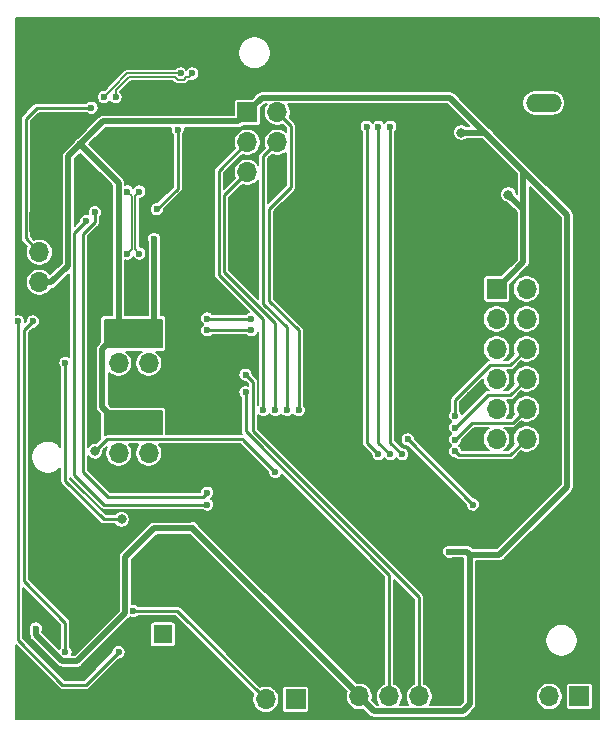
<source format=gbl>
G04 #@! TF.GenerationSoftware,KiCad,Pcbnew,(5.1.10)-1*
G04 #@! TF.CreationDate,2022-03-14T11:30:17-04:00*
G04 #@! TF.ProjectId,overhead,6f766572-6865-4616-942e-6b696361645f,rev?*
G04 #@! TF.SameCoordinates,Original*
G04 #@! TF.FileFunction,Copper,L2,Bot*
G04 #@! TF.FilePolarity,Positive*
%FSLAX46Y46*%
G04 Gerber Fmt 4.6, Leading zero omitted, Abs format (unit mm)*
G04 Created by KiCad (PCBNEW (5.1.10)-1) date 2022-03-14 11:30:17*
%MOMM*%
%LPD*%
G01*
G04 APERTURE LIST*
G04 #@! TA.AperFunction,ComponentPad*
%ADD10O,0.900000X1.800000*%
G04 #@! TD*
G04 #@! TA.AperFunction,ComponentPad*
%ADD11C,1.600000*%
G04 #@! TD*
G04 #@! TA.AperFunction,ComponentPad*
%ADD12R,1.600000X1.600000*%
G04 #@! TD*
G04 #@! TA.AperFunction,ComponentPad*
%ADD13C,0.400000*%
G04 #@! TD*
G04 #@! TA.AperFunction,ComponentPad*
%ADD14O,1.700000X1.700000*%
G04 #@! TD*
G04 #@! TA.AperFunction,ComponentPad*
%ADD15R,1.700000X1.700000*%
G04 #@! TD*
G04 #@! TA.AperFunction,ComponentPad*
%ADD16O,1.524000X3.048000*%
G04 #@! TD*
G04 #@! TA.AperFunction,ComponentPad*
%ADD17O,3.048000X1.524000*%
G04 #@! TD*
G04 #@! TA.AperFunction,ViaPad*
%ADD18C,0.800000*%
G04 #@! TD*
G04 #@! TA.AperFunction,ViaPad*
%ADD19C,0.600000*%
G04 #@! TD*
G04 #@! TA.AperFunction,Conductor*
%ADD20C,0.500000*%
G04 #@! TD*
G04 #@! TA.AperFunction,Conductor*
%ADD21C,0.150000*%
G04 #@! TD*
G04 #@! TA.AperFunction,Conductor*
%ADD22C,0.250000*%
G04 #@! TD*
G04 #@! TA.AperFunction,Conductor*
%ADD23C,0.200000*%
G04 #@! TD*
G04 #@! TA.AperFunction,Conductor*
%ADD24C,0.100000*%
G04 #@! TD*
G04 APERTURE END LIST*
D10*
X58700000Y-51500000D03*
X65300000Y-51500000D03*
D11*
X67750000Y-104500000D03*
D12*
X67750000Y-102500000D03*
D13*
X82340000Y-87550000D03*
X83840000Y-87550000D03*
X82340000Y-89050000D03*
X83840000Y-89050000D03*
X82340000Y-90550000D03*
X83840000Y-90550000D03*
X81590000Y-88300000D03*
X83090000Y-88300000D03*
X84590000Y-88300000D03*
X81590000Y-89800000D03*
X84590000Y-89800000D03*
X83090000Y-89800000D03*
D14*
X77440000Y-63380000D03*
X74900000Y-63380000D03*
X77440000Y-60840000D03*
X74900000Y-60840000D03*
X77440000Y-58300000D03*
D15*
X74900000Y-58300000D03*
D14*
X66540000Y-89700000D03*
X64000000Y-89700000D03*
X66540000Y-87160000D03*
X64000000Y-87160000D03*
X66540000Y-84620000D03*
X64000000Y-84620000D03*
X66540000Y-82080000D03*
X64000000Y-82080000D03*
X66540000Y-79540000D03*
X64000000Y-79540000D03*
X66540000Y-77000000D03*
D15*
X64000000Y-77000000D03*
D14*
X57300000Y-72680000D03*
X57300000Y-70140000D03*
D15*
X57300000Y-67600000D03*
D14*
X97920000Y-107750000D03*
X100460000Y-107750000D03*
D15*
X103000000Y-107750000D03*
D14*
X73920000Y-108000000D03*
X76460000Y-108000000D03*
D15*
X79000000Y-108000000D03*
D14*
X98540000Y-88490000D03*
X96000000Y-88490000D03*
X98540000Y-85950000D03*
X96000000Y-85950000D03*
X98540000Y-83410000D03*
X96000000Y-83410000D03*
X98540000Y-80870000D03*
X96000000Y-80870000D03*
X98540000Y-78330000D03*
X96000000Y-78330000D03*
X98540000Y-75790000D03*
X96000000Y-75790000D03*
X98540000Y-73250000D03*
D15*
X96000000Y-73250000D03*
D14*
X84380000Y-107750000D03*
X86920000Y-107750000D03*
X89460000Y-107750000D03*
D15*
X92000000Y-107750000D03*
D16*
X97300000Y-55000000D03*
D17*
X100000000Y-52500000D03*
X100000000Y-57500000D03*
D18*
X60250000Y-55750000D03*
X97000000Y-69750000D03*
X99750000Y-70000000D03*
D19*
X61000000Y-102000000D03*
X59000000Y-105500000D03*
X57000000Y-105500000D03*
D18*
X62000000Y-72750000D03*
X88250000Y-101750000D03*
X74250000Y-67750000D03*
D19*
X94000000Y-86000000D03*
X93750000Y-82250000D03*
X92500000Y-105500000D03*
X98500000Y-105500000D03*
X71500000Y-98750000D03*
X56750000Y-96750000D03*
X97000000Y-93000000D03*
X92500000Y-98750000D03*
X83000000Y-63000000D03*
X92250000Y-51750000D03*
X87250000Y-51750000D03*
X82250000Y-51750000D03*
X68250000Y-53750000D03*
X57000000Y-59500000D03*
X61250000Y-64000000D03*
X65250000Y-61000000D03*
X67000000Y-64750000D03*
X67000000Y-97000000D03*
D18*
X93000000Y-60000000D03*
X97000000Y-65250000D03*
D19*
X67000000Y-69000000D03*
X70250000Y-93500000D03*
X92000000Y-95500000D03*
X60750000Y-61000000D03*
X57000000Y-102000000D03*
X69250000Y-55000000D03*
X62750000Y-57000000D03*
X70250000Y-55000000D03*
X63750000Y-57000000D03*
X65250000Y-100500000D03*
X59500000Y-104000000D03*
X56750000Y-76000000D03*
X75250000Y-76750000D03*
X71500000Y-76750000D03*
X64000000Y-104000000D03*
X55500000Y-76000000D03*
X75250000Y-75750000D03*
X71500000Y-75750000D03*
X74750000Y-82000000D03*
X74750000Y-80500000D03*
X92500000Y-84000000D03*
X92500000Y-85000000D03*
X92500000Y-86000000D03*
X92500000Y-87000000D03*
X79250000Y-83500000D03*
X78250000Y-83500000D03*
X77250000Y-83500000D03*
X76250000Y-83500000D03*
X59500000Y-79500000D03*
D18*
X64250000Y-92750000D03*
D19*
X87000000Y-59500000D03*
X88000000Y-87250000D03*
X86000000Y-59500000D03*
X87000000Y-87250000D03*
X85000000Y-59500000D03*
X86000000Y-87250000D03*
X62000000Y-66750000D03*
X71500000Y-90500000D03*
X61250000Y-67500000D03*
X71500000Y-91500000D03*
X65750000Y-65000000D03*
X65750000Y-70250000D03*
X64750000Y-65000000D03*
X64750000Y-70250000D03*
D18*
X62000000Y-87000000D03*
D19*
X94000000Y-91500000D03*
X88484999Y-85984999D03*
X77250000Y-88750000D03*
X67250000Y-66500000D03*
X69000000Y-59750000D03*
X61700000Y-57900000D03*
D20*
X76150001Y-57049999D02*
X92049999Y-57049999D01*
X74900000Y-58300000D02*
X76150001Y-57049999D01*
X74150001Y-59049999D02*
X74900000Y-58300000D01*
X60750000Y-61000000D02*
X62700001Y-59049999D01*
X64000000Y-84620000D02*
X62630000Y-83250000D01*
X62630000Y-78370000D02*
X64000000Y-77000000D01*
X62630000Y-83250000D02*
X62630000Y-78370000D01*
X98250000Y-71000000D02*
X96000000Y-73250000D01*
X93170001Y-109000001D02*
X85630001Y-109000001D01*
X93750000Y-108420002D02*
X93170001Y-109000001D01*
X93750000Y-95750000D02*
X93750000Y-108420002D01*
X84380000Y-107630000D02*
X84380000Y-107750000D01*
X70250000Y-93500000D02*
X84380000Y-107630000D01*
X67000000Y-93500000D02*
X70250000Y-93500000D01*
X93750000Y-95750000D02*
X96250000Y-95750000D01*
X96250000Y-95750000D02*
X102000000Y-90000000D01*
X102000000Y-67000000D02*
X98250000Y-63250000D01*
X102000000Y-90000000D02*
X102000000Y-67000000D01*
X67000000Y-76540000D02*
X66540000Y-77000000D01*
X67000000Y-69000000D02*
X67000000Y-76540000D01*
X57300000Y-72680000D02*
X58320000Y-72680000D01*
X59724990Y-62025010D02*
X60750000Y-61000000D01*
X59724990Y-71275010D02*
X59724990Y-62025010D01*
X58320000Y-72680000D02*
X59724990Y-71275010D01*
X64000000Y-64250000D02*
X60750000Y-61000000D01*
X64000000Y-77000000D02*
X64000000Y-64250000D01*
X85630001Y-109000001D02*
X84380000Y-107750000D01*
X93500000Y-95500000D02*
X93750000Y-95750000D01*
X92000000Y-95500000D02*
X93500000Y-95500000D01*
X62700001Y-59049999D02*
X74150001Y-59049999D01*
X98250000Y-66500000D02*
X98250000Y-67000000D01*
X98250000Y-67000000D02*
X98250000Y-71000000D01*
X97000000Y-65250000D02*
X98250000Y-66500000D01*
X98250000Y-63250000D02*
X98250000Y-67000000D01*
X95000000Y-60000000D02*
X95625000Y-60625000D01*
X93000000Y-60000000D02*
X95000000Y-60000000D01*
X95625000Y-60625000D02*
X98250000Y-63250000D01*
X92049999Y-57049999D02*
X95625000Y-60625000D01*
X57000000Y-102536002D02*
X57000000Y-102000000D01*
X59213998Y-104750000D02*
X57000000Y-102536002D01*
X60500000Y-104750000D02*
X59213998Y-104750000D01*
X64549999Y-100700001D02*
X60500000Y-104750000D01*
X64549999Y-95950001D02*
X64549999Y-100700001D01*
X67000000Y-93500000D02*
X64549999Y-95950001D01*
D21*
X63537868Y-56212132D02*
X62750000Y-57000000D01*
X64750000Y-55000000D02*
X63537868Y-56212132D01*
X69250000Y-55000000D02*
X64750000Y-55000000D01*
X64874265Y-55300000D02*
X63750000Y-56424265D01*
X68997999Y-55525001D02*
X68772998Y-55300000D01*
X69502001Y-55525001D02*
X68997999Y-55525001D01*
X69950000Y-55300000D02*
X69727002Y-55300000D01*
X68772998Y-55300000D02*
X64874265Y-55300000D01*
X70250000Y-55000000D02*
X69950000Y-55300000D01*
X69727002Y-55300000D02*
X69502001Y-55525001D01*
X63750000Y-56424265D02*
X63750000Y-57000000D01*
D22*
X68960000Y-100500000D02*
X76460000Y-108000000D01*
X65250000Y-100500000D02*
X68960000Y-100500000D01*
X75250000Y-76750000D02*
X71500000Y-76750000D01*
X56000000Y-76750000D02*
X56750000Y-76000000D01*
X56000000Y-98000000D02*
X56000000Y-76750000D01*
X59500000Y-101500000D02*
X56000000Y-98000000D01*
X59500000Y-104000000D02*
X59500000Y-101500000D01*
X75250000Y-75750000D02*
X71500000Y-75750000D01*
X61250000Y-106750000D02*
X64000000Y-104000000D01*
X59250000Y-106750000D02*
X61250000Y-106750000D01*
X55500000Y-103000000D02*
X59250000Y-106750000D01*
X55500000Y-76000000D02*
X55500000Y-103000000D01*
X86920000Y-97464996D02*
X86920000Y-107750000D01*
X74750000Y-85294996D02*
X86920000Y-97464996D01*
X74750000Y-82000000D02*
X74750000Y-85294996D01*
X89460000Y-99368586D02*
X89460000Y-107750000D01*
X75375001Y-85283587D02*
X89460000Y-99368586D01*
X75375001Y-81125001D02*
X75375001Y-85283587D01*
X74750000Y-80500000D02*
X75375001Y-81125001D01*
X97175001Y-79694999D02*
X98540000Y-78330000D01*
X95435999Y-79694999D02*
X97175001Y-79694999D01*
X92500000Y-82630998D02*
X95435999Y-79694999D01*
X92500000Y-84000000D02*
X92500000Y-82630998D01*
X95265001Y-82234999D02*
X92500000Y-85000000D01*
X97175001Y-82234999D02*
X95265001Y-82234999D01*
X98540000Y-80870000D02*
X97175001Y-82234999D01*
X93914999Y-84585001D02*
X92500000Y-86000000D01*
X97364999Y-84585001D02*
X93914999Y-84585001D01*
X98540000Y-83410000D02*
X97364999Y-84585001D01*
X92814999Y-87314999D02*
X92500000Y-87000000D01*
X97175001Y-87314999D02*
X92814999Y-87314999D01*
X98540000Y-85950000D02*
X97175001Y-87314999D01*
X78615001Y-64634999D02*
X78615001Y-59475001D01*
X78615001Y-59475001D02*
X77440000Y-58300000D01*
X76750000Y-66500000D02*
X78615001Y-64634999D01*
X76750000Y-74250000D02*
X76750000Y-66500000D01*
X79250000Y-76750000D02*
X76750000Y-74250000D01*
X79250000Y-83500000D02*
X79250000Y-76750000D01*
X76264999Y-62015001D02*
X77440000Y-60840000D01*
X76264999Y-74522873D02*
X76264999Y-62015001D01*
X78250000Y-76507874D02*
X76264999Y-74522873D01*
X78250000Y-83500000D02*
X78250000Y-76507874D01*
X72950010Y-65329990D02*
X74900000Y-63380000D01*
X72950010Y-71844294D02*
X72950010Y-65329990D01*
X77250000Y-76144284D02*
X76927858Y-75822142D01*
X77250000Y-83500000D02*
X77250000Y-76144284D01*
X76927858Y-75822142D02*
X72950010Y-71844294D01*
X77000000Y-75894284D02*
X76927858Y-75822142D01*
X76250000Y-75824998D02*
X72500000Y-72074998D01*
X72500000Y-63240000D02*
X74900000Y-60840000D01*
X72500000Y-72074998D02*
X72500000Y-63240000D01*
X76250000Y-83500000D02*
X76250000Y-75824998D01*
X59500000Y-79500000D02*
X59500000Y-89500000D01*
X62750000Y-92750000D02*
X59500000Y-89500000D01*
X64250000Y-92750000D02*
X62750000Y-92750000D01*
X87000000Y-86250000D02*
X88000000Y-87250000D01*
X87000000Y-59500000D02*
X87000000Y-86250000D01*
X86000000Y-86250000D02*
X87000000Y-87250000D01*
X86000000Y-59500000D02*
X86000000Y-86250000D01*
X85000000Y-86250000D02*
X86000000Y-87250000D01*
X85000000Y-59500000D02*
X85000000Y-86250000D01*
X71174999Y-90825001D02*
X63075001Y-90825001D01*
X71500000Y-90500000D02*
X71174999Y-90825001D01*
X63075001Y-90825001D02*
X61000000Y-88750000D01*
X62000000Y-67601002D02*
X62000000Y-66750000D01*
X61000000Y-68601002D02*
X62000000Y-67601002D01*
X61000000Y-88750000D02*
X61000000Y-68601002D01*
X60599992Y-68150008D02*
X61250000Y-67500000D01*
X60250000Y-68500000D02*
X60599992Y-68150008D01*
X60250000Y-89000000D02*
X60250000Y-68500000D01*
X62750000Y-91500000D02*
X60250000Y-89000000D01*
X71500000Y-91500000D02*
X62750000Y-91500000D01*
D21*
X65400000Y-69900000D02*
X65750000Y-70250000D01*
X65400000Y-65350000D02*
X65400000Y-69900000D01*
X65750000Y-65000000D02*
X65400000Y-65350000D01*
X65100000Y-69900000D02*
X64750000Y-70250000D01*
X65100000Y-65350000D02*
X65100000Y-69900000D01*
X64750000Y-65000000D02*
X65100000Y-65350000D01*
D22*
X88484999Y-85984999D02*
X88484999Y-85984999D01*
X62000000Y-87000000D02*
X63015001Y-85984999D01*
X63015001Y-85984999D02*
X74515001Y-85984999D01*
X88484999Y-85984999D02*
X94000000Y-91500000D01*
X74515001Y-85984999D02*
X74515001Y-85984999D01*
X74515001Y-86015001D02*
X74515001Y-85984999D01*
X77250000Y-88750000D02*
X74515001Y-86015001D01*
X68969905Y-59780095D02*
X69000000Y-59750000D01*
X69000000Y-64750000D02*
X67250000Y-66500000D01*
X69000000Y-59750000D02*
X69000000Y-64750000D01*
X61700000Y-57900000D02*
X57100000Y-57900000D01*
X56124999Y-68964999D02*
X57300000Y-70140000D01*
X56124999Y-58875001D02*
X56124999Y-68964999D01*
X57100000Y-57900000D02*
X56124999Y-58875001D01*
D23*
X104675001Y-94984030D02*
X104675000Y-94984040D01*
X104675001Y-109675000D01*
X55325000Y-109675000D01*
X55325000Y-103426040D01*
X58934721Y-107035762D01*
X58948026Y-107051974D01*
X59012740Y-107105084D01*
X59060855Y-107130801D01*
X59086572Y-107144548D01*
X59166685Y-107168850D01*
X59174327Y-107169603D01*
X59229126Y-107175000D01*
X59229133Y-107175000D01*
X59250000Y-107177055D01*
X59270867Y-107175000D01*
X61229133Y-107175000D01*
X61250000Y-107177055D01*
X61270867Y-107175000D01*
X61270874Y-107175000D01*
X61333314Y-107168850D01*
X61413427Y-107144548D01*
X61487260Y-107105084D01*
X61551974Y-107051974D01*
X61565283Y-107035757D01*
X64001041Y-104600000D01*
X64059095Y-104600000D01*
X64175014Y-104576942D01*
X64284207Y-104531713D01*
X64382478Y-104466050D01*
X64466050Y-104382478D01*
X64531713Y-104284207D01*
X64576942Y-104175014D01*
X64600000Y-104059095D01*
X64600000Y-103940905D01*
X64576942Y-103824986D01*
X64531713Y-103715793D01*
X64466050Y-103617522D01*
X64382478Y-103533950D01*
X64284207Y-103468287D01*
X64175014Y-103423058D01*
X64059095Y-103400000D01*
X63940905Y-103400000D01*
X63824986Y-103423058D01*
X63715793Y-103468287D01*
X63617522Y-103533950D01*
X63533950Y-103617522D01*
X63468287Y-103715793D01*
X63423058Y-103824986D01*
X63400000Y-103940905D01*
X63400000Y-103998959D01*
X61073960Y-106325000D01*
X59426041Y-106325000D01*
X55925000Y-102823960D01*
X55925000Y-98526040D01*
X59075001Y-101676042D01*
X59075000Y-103576472D01*
X59033950Y-103617522D01*
X58968287Y-103715793D01*
X58965159Y-103723344D01*
X57550000Y-102308185D01*
X57550000Y-102240058D01*
X57576942Y-102175014D01*
X57600000Y-102059095D01*
X57600000Y-101940905D01*
X57576942Y-101824986D01*
X57531713Y-101715793D01*
X57466050Y-101617522D01*
X57382478Y-101533950D01*
X57284207Y-101468287D01*
X57175014Y-101423058D01*
X57059095Y-101400000D01*
X56940905Y-101400000D01*
X56824986Y-101423058D01*
X56715793Y-101468287D01*
X56617522Y-101533950D01*
X56533950Y-101617522D01*
X56468287Y-101715793D01*
X56423058Y-101824986D01*
X56400000Y-101940905D01*
X56400000Y-102059095D01*
X56423058Y-102175014D01*
X56450000Y-102240058D01*
X56450000Y-102508994D01*
X56447340Y-102536002D01*
X56450000Y-102563010D01*
X56450000Y-102563019D01*
X56457958Y-102643820D01*
X56489408Y-102747495D01*
X56540479Y-102843044D01*
X56609210Y-102926792D01*
X56630196Y-102944015D01*
X58805990Y-105119810D01*
X58823208Y-105140790D01*
X58844188Y-105158008D01*
X58844193Y-105158013D01*
X58906955Y-105209521D01*
X58958026Y-105236818D01*
X59002504Y-105260592D01*
X59106179Y-105292042D01*
X59186980Y-105300000D01*
X59186990Y-105300000D01*
X59213998Y-105302660D01*
X59241006Y-105300000D01*
X60472992Y-105300000D01*
X60500000Y-105302660D01*
X60527008Y-105300000D01*
X60527018Y-105300000D01*
X60607819Y-105292042D01*
X60711494Y-105260592D01*
X60807042Y-105209521D01*
X60890790Y-105140790D01*
X60908013Y-105119804D01*
X64327817Y-101700000D01*
X66648549Y-101700000D01*
X66648549Y-103300000D01*
X66654341Y-103358810D01*
X66671496Y-103415360D01*
X66699353Y-103467477D01*
X66736842Y-103513158D01*
X66782523Y-103550647D01*
X66834640Y-103578504D01*
X66891190Y-103595659D01*
X66950000Y-103601451D01*
X68550000Y-103601451D01*
X68608810Y-103595659D01*
X68665360Y-103578504D01*
X68717477Y-103550647D01*
X68763158Y-103513158D01*
X68800647Y-103467477D01*
X68828504Y-103415360D01*
X68845659Y-103358810D01*
X68851451Y-103300000D01*
X68851451Y-101700000D01*
X68845659Y-101641190D01*
X68828504Y-101584640D01*
X68800647Y-101532523D01*
X68763158Y-101486842D01*
X68717477Y-101449353D01*
X68665360Y-101421496D01*
X68608810Y-101404341D01*
X68550000Y-101398549D01*
X66950000Y-101398549D01*
X66891190Y-101404341D01*
X66834640Y-101421496D01*
X66782523Y-101449353D01*
X66736842Y-101486842D01*
X66699353Y-101532523D01*
X66671496Y-101584640D01*
X66654341Y-101641190D01*
X66648549Y-101700000D01*
X64327817Y-101700000D01*
X64919803Y-101108014D01*
X64940789Y-101090791D01*
X64983317Y-101038972D01*
X65074986Y-101076942D01*
X65190905Y-101100000D01*
X65309095Y-101100000D01*
X65425014Y-101076942D01*
X65534207Y-101031713D01*
X65632478Y-100966050D01*
X65673528Y-100925000D01*
X68783960Y-100925000D01*
X75403788Y-107544829D01*
X75354194Y-107664557D01*
X75310000Y-107886735D01*
X75310000Y-108113265D01*
X75354194Y-108335443D01*
X75440884Y-108544729D01*
X75566737Y-108733082D01*
X75726918Y-108893263D01*
X75915271Y-109019116D01*
X76124557Y-109105806D01*
X76346735Y-109150000D01*
X76573265Y-109150000D01*
X76795443Y-109105806D01*
X77004729Y-109019116D01*
X77193082Y-108893263D01*
X77353263Y-108733082D01*
X77479116Y-108544729D01*
X77565806Y-108335443D01*
X77610000Y-108113265D01*
X77610000Y-107886735D01*
X77565806Y-107664557D01*
X77479116Y-107455271D01*
X77353263Y-107266918D01*
X77236345Y-107150000D01*
X77848549Y-107150000D01*
X77848549Y-108850000D01*
X77854341Y-108908810D01*
X77871496Y-108965360D01*
X77899353Y-109017477D01*
X77936842Y-109063158D01*
X77982523Y-109100647D01*
X78034640Y-109128504D01*
X78091190Y-109145659D01*
X78150000Y-109151451D01*
X79850000Y-109151451D01*
X79908810Y-109145659D01*
X79965360Y-109128504D01*
X80017477Y-109100647D01*
X80063158Y-109063158D01*
X80100647Y-109017477D01*
X80128504Y-108965360D01*
X80145659Y-108908810D01*
X80151451Y-108850000D01*
X80151451Y-107150000D01*
X80145659Y-107091190D01*
X80128504Y-107034640D01*
X80100647Y-106982523D01*
X80063158Y-106936842D01*
X80017477Y-106899353D01*
X79965360Y-106871496D01*
X79908810Y-106854341D01*
X79850000Y-106848549D01*
X78150000Y-106848549D01*
X78091190Y-106854341D01*
X78034640Y-106871496D01*
X77982523Y-106899353D01*
X77936842Y-106936842D01*
X77899353Y-106982523D01*
X77871496Y-107034640D01*
X77854341Y-107091190D01*
X77848549Y-107150000D01*
X77236345Y-107150000D01*
X77193082Y-107106737D01*
X77004729Y-106980884D01*
X76795443Y-106894194D01*
X76573265Y-106850000D01*
X76346735Y-106850000D01*
X76124557Y-106894194D01*
X76004829Y-106943788D01*
X69275284Y-100214244D01*
X69261974Y-100198026D01*
X69197260Y-100144916D01*
X69123427Y-100105452D01*
X69043314Y-100081150D01*
X68980874Y-100075000D01*
X68980867Y-100075000D01*
X68960000Y-100072945D01*
X68939133Y-100075000D01*
X65673528Y-100075000D01*
X65632478Y-100033950D01*
X65534207Y-99968287D01*
X65425014Y-99923058D01*
X65309095Y-99900000D01*
X65190905Y-99900000D01*
X65099999Y-99918083D01*
X65099999Y-96177818D01*
X67227817Y-94050000D01*
X70009942Y-94050000D01*
X70030839Y-94058656D01*
X83307158Y-107334975D01*
X83274194Y-107414557D01*
X83230000Y-107636735D01*
X83230000Y-107863265D01*
X83274194Y-108085443D01*
X83360884Y-108294729D01*
X83486737Y-108483082D01*
X83646918Y-108643263D01*
X83835271Y-108769116D01*
X84044557Y-108855806D01*
X84266735Y-108900000D01*
X84493265Y-108900000D01*
X84709225Y-108857043D01*
X85221993Y-109369811D01*
X85239211Y-109390791D01*
X85260191Y-109408009D01*
X85260196Y-109408014D01*
X85312098Y-109450608D01*
X85322959Y-109459522D01*
X85418507Y-109510593D01*
X85522182Y-109542043D01*
X85602983Y-109550001D01*
X85602992Y-109550001D01*
X85630000Y-109552661D01*
X85657008Y-109550001D01*
X93142993Y-109550001D01*
X93170001Y-109552661D01*
X93197009Y-109550001D01*
X93197019Y-109550001D01*
X93277820Y-109542043D01*
X93381495Y-109510593D01*
X93477043Y-109459522D01*
X93560791Y-109390791D01*
X93578014Y-109369806D01*
X94119809Y-108828011D01*
X94140790Y-108810792D01*
X94158008Y-108789812D01*
X94158013Y-108789807D01*
X94209520Y-108727045D01*
X94215766Y-108715360D01*
X94260592Y-108631496D01*
X94292042Y-108527821D01*
X94300000Y-108447020D01*
X94300000Y-108447011D01*
X94302660Y-108420003D01*
X94300000Y-108392995D01*
X94300000Y-107636735D01*
X99310000Y-107636735D01*
X99310000Y-107863265D01*
X99354194Y-108085443D01*
X99440884Y-108294729D01*
X99566737Y-108483082D01*
X99726918Y-108643263D01*
X99915271Y-108769116D01*
X100124557Y-108855806D01*
X100346735Y-108900000D01*
X100573265Y-108900000D01*
X100795443Y-108855806D01*
X101004729Y-108769116D01*
X101193082Y-108643263D01*
X101353263Y-108483082D01*
X101479116Y-108294729D01*
X101565806Y-108085443D01*
X101610000Y-107863265D01*
X101610000Y-107636735D01*
X101565806Y-107414557D01*
X101479116Y-107205271D01*
X101353263Y-107016918D01*
X101236345Y-106900000D01*
X101848549Y-106900000D01*
X101848549Y-108600000D01*
X101854341Y-108658810D01*
X101871496Y-108715360D01*
X101899353Y-108767477D01*
X101936842Y-108813158D01*
X101982523Y-108850647D01*
X102034640Y-108878504D01*
X102091190Y-108895659D01*
X102150000Y-108901451D01*
X103850000Y-108901451D01*
X103908810Y-108895659D01*
X103965360Y-108878504D01*
X104017477Y-108850647D01*
X104063158Y-108813158D01*
X104100647Y-108767477D01*
X104128504Y-108715360D01*
X104145659Y-108658810D01*
X104151451Y-108600000D01*
X104151451Y-106900000D01*
X104145659Y-106841190D01*
X104128504Y-106784640D01*
X104100647Y-106732523D01*
X104063158Y-106686842D01*
X104017477Y-106649353D01*
X103965360Y-106621496D01*
X103908810Y-106604341D01*
X103850000Y-106598549D01*
X102150000Y-106598549D01*
X102091190Y-106604341D01*
X102034640Y-106621496D01*
X101982523Y-106649353D01*
X101936842Y-106686842D01*
X101899353Y-106732523D01*
X101871496Y-106784640D01*
X101854341Y-106841190D01*
X101848549Y-106900000D01*
X101236345Y-106900000D01*
X101193082Y-106856737D01*
X101004729Y-106730884D01*
X100795443Y-106644194D01*
X100573265Y-106600000D01*
X100346735Y-106600000D01*
X100124557Y-106644194D01*
X99915271Y-106730884D01*
X99726918Y-106856737D01*
X99566737Y-107016918D01*
X99440884Y-107205271D01*
X99354194Y-107414557D01*
X99310000Y-107636735D01*
X94300000Y-107636735D01*
X94300000Y-102862112D01*
X100100000Y-102862112D01*
X100100000Y-103137888D01*
X100153801Y-103408365D01*
X100259336Y-103663149D01*
X100412549Y-103892448D01*
X100607552Y-104087451D01*
X100836851Y-104240664D01*
X101091635Y-104346199D01*
X101362112Y-104400000D01*
X101637888Y-104400000D01*
X101908365Y-104346199D01*
X102163149Y-104240664D01*
X102392448Y-104087451D01*
X102587451Y-103892448D01*
X102740664Y-103663149D01*
X102846199Y-103408365D01*
X102900000Y-103137888D01*
X102900000Y-102862112D01*
X102846199Y-102591635D01*
X102740664Y-102336851D01*
X102587451Y-102107552D01*
X102392448Y-101912549D01*
X102163149Y-101759336D01*
X101908365Y-101653801D01*
X101637888Y-101600000D01*
X101362112Y-101600000D01*
X101091635Y-101653801D01*
X100836851Y-101759336D01*
X100607552Y-101912549D01*
X100412549Y-102107552D01*
X100259336Y-102336851D01*
X100153801Y-102591635D01*
X100100000Y-102862112D01*
X94300000Y-102862112D01*
X94300000Y-96300000D01*
X96222992Y-96300000D01*
X96250000Y-96302660D01*
X96277008Y-96300000D01*
X96277018Y-96300000D01*
X96357819Y-96292042D01*
X96461494Y-96260592D01*
X96557042Y-96209521D01*
X96640790Y-96140790D01*
X96658013Y-96119804D01*
X102369810Y-90408008D01*
X102390790Y-90390790D01*
X102408008Y-90369810D01*
X102408013Y-90369805D01*
X102459521Y-90307043D01*
X102510591Y-90211495D01*
X102510592Y-90211494D01*
X102542042Y-90107819D01*
X102550000Y-90027018D01*
X102550000Y-90027008D01*
X102552660Y-90000000D01*
X102550000Y-89972992D01*
X102550000Y-67027008D01*
X102552660Y-67000000D01*
X102550000Y-66972992D01*
X102550000Y-66972982D01*
X102542042Y-66892181D01*
X102514678Y-66801974D01*
X102510592Y-66788505D01*
X102459521Y-66692958D01*
X102408013Y-66630195D01*
X102408008Y-66630190D01*
X102390790Y-66609210D01*
X102369810Y-66591992D01*
X98658013Y-62880196D01*
X98640790Y-62859210D01*
X98619804Y-62841987D01*
X96033018Y-60255201D01*
X96033013Y-60255195D01*
X95408009Y-59630191D01*
X95390790Y-59609210D01*
X95369809Y-59591991D01*
X93277818Y-57500000D01*
X98170862Y-57500000D01*
X98191367Y-57708188D01*
X98252093Y-57908376D01*
X98350707Y-58092870D01*
X98483419Y-58254581D01*
X98645130Y-58387293D01*
X98829624Y-58485907D01*
X99029812Y-58546633D01*
X99185834Y-58562000D01*
X100814166Y-58562000D01*
X100970188Y-58546633D01*
X101170376Y-58485907D01*
X101354870Y-58387293D01*
X101516581Y-58254581D01*
X101649293Y-58092870D01*
X101747907Y-57908376D01*
X101808633Y-57708188D01*
X101829138Y-57500000D01*
X101808633Y-57291812D01*
X101747907Y-57091624D01*
X101649293Y-56907130D01*
X101516581Y-56745419D01*
X101354870Y-56612707D01*
X101170376Y-56514093D01*
X100970188Y-56453367D01*
X100814166Y-56438000D01*
X99185834Y-56438000D01*
X99029812Y-56453367D01*
X98829624Y-56514093D01*
X98645130Y-56612707D01*
X98483419Y-56745419D01*
X98350707Y-56907130D01*
X98252093Y-57091624D01*
X98191367Y-57291812D01*
X98170862Y-57500000D01*
X93277818Y-57500000D01*
X92458012Y-56680195D01*
X92440789Y-56659209D01*
X92357041Y-56590478D01*
X92261493Y-56539407D01*
X92157818Y-56507957D01*
X92077017Y-56499999D01*
X92077007Y-56499999D01*
X92049999Y-56497339D01*
X92022991Y-56499999D01*
X76177008Y-56499999D01*
X76150000Y-56497339D01*
X76122992Y-56499999D01*
X76122983Y-56499999D01*
X76042182Y-56507957D01*
X75938507Y-56539407D01*
X75842959Y-56590478D01*
X75842957Y-56590479D01*
X75842958Y-56590479D01*
X75780196Y-56641986D01*
X75780191Y-56641991D01*
X75759211Y-56659209D01*
X75741993Y-56680189D01*
X75273633Y-57148549D01*
X74050000Y-57148549D01*
X73991190Y-57154341D01*
X73934640Y-57171496D01*
X73882523Y-57199353D01*
X73836842Y-57236842D01*
X73799353Y-57282523D01*
X73771496Y-57334640D01*
X73754341Y-57391190D01*
X73748549Y-57450000D01*
X73748549Y-58499999D01*
X62727009Y-58499999D01*
X62700001Y-58497339D01*
X62672993Y-58499999D01*
X62672983Y-58499999D01*
X62592182Y-58507957D01*
X62512636Y-58532087D01*
X62488506Y-58539407D01*
X62392959Y-58590478D01*
X62330196Y-58641986D01*
X62330191Y-58641991D01*
X62309211Y-58659209D01*
X62291993Y-58680189D01*
X60530839Y-60441344D01*
X60465793Y-60468287D01*
X60367522Y-60533950D01*
X60283950Y-60617522D01*
X60218287Y-60715793D01*
X60191345Y-60780837D01*
X59355181Y-61617002D01*
X59334201Y-61634220D01*
X59316983Y-61655200D01*
X59316977Y-61655206D01*
X59265469Y-61717968D01*
X59214399Y-61813516D01*
X59182949Y-61917192D01*
X59172330Y-62025010D01*
X59174991Y-62052028D01*
X59174990Y-71047192D01*
X58226108Y-71996075D01*
X58193263Y-71946918D01*
X58033082Y-71786737D01*
X57844729Y-71660884D01*
X57635443Y-71574194D01*
X57413265Y-71530000D01*
X57186735Y-71530000D01*
X56964557Y-71574194D01*
X56755271Y-71660884D01*
X56566918Y-71786737D01*
X56406737Y-71946918D01*
X56280884Y-72135271D01*
X56194194Y-72344557D01*
X56150000Y-72566735D01*
X56150000Y-72793265D01*
X56194194Y-73015443D01*
X56280884Y-73224729D01*
X56406737Y-73413082D01*
X56566918Y-73573263D01*
X56755271Y-73699116D01*
X56964557Y-73785806D01*
X57186735Y-73830000D01*
X57413265Y-73830000D01*
X57635443Y-73785806D01*
X57844729Y-73699116D01*
X58033082Y-73573263D01*
X58193263Y-73413082D01*
X58314198Y-73232089D01*
X58320000Y-73232660D01*
X58347008Y-73230000D01*
X58347018Y-73230000D01*
X58427819Y-73222042D01*
X58531494Y-73190592D01*
X58627042Y-73139521D01*
X58710790Y-73070790D01*
X58728013Y-73049804D01*
X59825001Y-71952817D01*
X59825000Y-78995545D01*
X59784207Y-78968287D01*
X59675014Y-78923058D01*
X59559095Y-78900000D01*
X59440905Y-78900000D01*
X59324986Y-78923058D01*
X59215793Y-78968287D01*
X59117522Y-79033950D01*
X59033950Y-79117522D01*
X58968287Y-79215793D01*
X58923058Y-79324986D01*
X58900000Y-79440905D01*
X58900000Y-79559095D01*
X58923058Y-79675014D01*
X58968287Y-79784207D01*
X59033950Y-79882478D01*
X59075000Y-79923528D01*
X59075001Y-86595102D01*
X58892448Y-86412549D01*
X58663149Y-86259336D01*
X58408365Y-86153801D01*
X58137888Y-86100000D01*
X57862112Y-86100000D01*
X57591635Y-86153801D01*
X57336851Y-86259336D01*
X57107552Y-86412549D01*
X56912549Y-86607552D01*
X56759336Y-86836851D01*
X56653801Y-87091635D01*
X56600000Y-87362112D01*
X56600000Y-87637888D01*
X56653801Y-87908365D01*
X56759336Y-88163149D01*
X56912549Y-88392448D01*
X57107552Y-88587451D01*
X57336851Y-88740664D01*
X57591635Y-88846199D01*
X57862112Y-88900000D01*
X58137888Y-88900000D01*
X58408365Y-88846199D01*
X58663149Y-88740664D01*
X58892448Y-88587451D01*
X59075001Y-88404898D01*
X59075001Y-89479123D01*
X59072945Y-89500000D01*
X59081150Y-89583314D01*
X59089006Y-89609210D01*
X59105453Y-89663427D01*
X59144917Y-89737260D01*
X59198027Y-89801974D01*
X59214239Y-89815279D01*
X62434721Y-93035762D01*
X62448026Y-93051974D01*
X62512740Y-93105084D01*
X62586573Y-93144548D01*
X62642383Y-93161478D01*
X62666685Y-93168850D01*
X62675098Y-93169679D01*
X62729126Y-93175000D01*
X62729132Y-93175000D01*
X62749999Y-93177055D01*
X62770866Y-93175000D01*
X63692093Y-93175000D01*
X63706274Y-93196224D01*
X63803776Y-93293726D01*
X63918426Y-93370332D01*
X64045818Y-93423099D01*
X64181056Y-93450000D01*
X64318944Y-93450000D01*
X64454182Y-93423099D01*
X64581574Y-93370332D01*
X64696224Y-93293726D01*
X64793726Y-93196224D01*
X64870332Y-93081574D01*
X64923099Y-92954182D01*
X64950000Y-92818944D01*
X64950000Y-92681056D01*
X64923099Y-92545818D01*
X64870332Y-92418426D01*
X64793726Y-92303776D01*
X64696224Y-92206274D01*
X64581574Y-92129668D01*
X64454182Y-92076901D01*
X64318944Y-92050000D01*
X64181056Y-92050000D01*
X64045818Y-92076901D01*
X63918426Y-92129668D01*
X63803776Y-92206274D01*
X63706274Y-92303776D01*
X63692093Y-92325000D01*
X62926041Y-92325000D01*
X59925000Y-89323960D01*
X59925000Y-89273917D01*
X59948026Y-89301974D01*
X59964243Y-89315283D01*
X62434721Y-91785762D01*
X62448026Y-91801974D01*
X62512740Y-91855084D01*
X62586573Y-91894548D01*
X62642383Y-91911478D01*
X62666685Y-91918850D01*
X62674327Y-91919603D01*
X62729126Y-91925000D01*
X62729133Y-91925000D01*
X62750000Y-91927055D01*
X62770867Y-91925000D01*
X71076472Y-91925000D01*
X71117522Y-91966050D01*
X71215793Y-92031713D01*
X71324986Y-92076942D01*
X71440905Y-92100000D01*
X71559095Y-92100000D01*
X71675014Y-92076942D01*
X71784207Y-92031713D01*
X71882478Y-91966050D01*
X71966050Y-91882478D01*
X72031713Y-91784207D01*
X72076942Y-91675014D01*
X72100000Y-91559095D01*
X72100000Y-91440905D01*
X72076942Y-91324986D01*
X72031713Y-91215793D01*
X71966050Y-91117522D01*
X71882478Y-91033950D01*
X71831669Y-91000000D01*
X71882478Y-90966050D01*
X71966050Y-90882478D01*
X72031713Y-90784207D01*
X72076942Y-90675014D01*
X72100000Y-90559095D01*
X72100000Y-90440905D01*
X72076942Y-90324986D01*
X72031713Y-90215793D01*
X71966050Y-90117522D01*
X71882478Y-90033950D01*
X71784207Y-89968287D01*
X71675014Y-89923058D01*
X71559095Y-89900000D01*
X71440905Y-89900000D01*
X71324986Y-89923058D01*
X71215793Y-89968287D01*
X71117522Y-90033950D01*
X71033950Y-90117522D01*
X70968287Y-90215793D01*
X70923058Y-90324986D01*
X70908136Y-90400001D01*
X63251041Y-90400001D01*
X61425000Y-88573960D01*
X61425000Y-87399419D01*
X61456274Y-87446224D01*
X61553776Y-87543726D01*
X61668426Y-87620332D01*
X61795818Y-87673099D01*
X61931056Y-87700000D01*
X62068944Y-87700000D01*
X62204182Y-87673099D01*
X62331574Y-87620332D01*
X62446224Y-87543726D01*
X62543726Y-87446224D01*
X62620332Y-87331574D01*
X62673099Y-87204182D01*
X62700000Y-87068944D01*
X62700000Y-86931056D01*
X62695020Y-86906020D01*
X62977429Y-86623611D01*
X62894194Y-86824557D01*
X62850000Y-87046735D01*
X62850000Y-87273265D01*
X62894194Y-87495443D01*
X62980884Y-87704729D01*
X63106737Y-87893082D01*
X63266918Y-88053263D01*
X63455271Y-88179116D01*
X63664557Y-88265806D01*
X63886735Y-88310000D01*
X64113265Y-88310000D01*
X64335443Y-88265806D01*
X64544729Y-88179116D01*
X64733082Y-88053263D01*
X64893263Y-87893082D01*
X65019116Y-87704729D01*
X65105806Y-87495443D01*
X65150000Y-87273265D01*
X65150000Y-87046735D01*
X65105806Y-86824557D01*
X65019116Y-86615271D01*
X64893263Y-86426918D01*
X64876344Y-86409999D01*
X65663656Y-86409999D01*
X65646737Y-86426918D01*
X65520884Y-86615271D01*
X65434194Y-86824557D01*
X65390000Y-87046735D01*
X65390000Y-87273265D01*
X65434194Y-87495443D01*
X65520884Y-87704729D01*
X65646737Y-87893082D01*
X65806918Y-88053263D01*
X65995271Y-88179116D01*
X66204557Y-88265806D01*
X66426735Y-88310000D01*
X66653265Y-88310000D01*
X66875443Y-88265806D01*
X67084729Y-88179116D01*
X67273082Y-88053263D01*
X67433263Y-87893082D01*
X67559116Y-87704729D01*
X67645806Y-87495443D01*
X67690000Y-87273265D01*
X67690000Y-87046735D01*
X67645806Y-86824557D01*
X67559116Y-86615271D01*
X67433263Y-86426918D01*
X67416344Y-86409999D01*
X74308959Y-86409999D01*
X76650000Y-88751041D01*
X76650000Y-88809095D01*
X76673058Y-88925014D01*
X76718287Y-89034207D01*
X76783950Y-89132478D01*
X76867522Y-89216050D01*
X76965793Y-89281713D01*
X77074986Y-89326942D01*
X77190905Y-89350000D01*
X77309095Y-89350000D01*
X77425014Y-89326942D01*
X77534207Y-89281713D01*
X77632478Y-89216050D01*
X77716050Y-89132478D01*
X77781713Y-89034207D01*
X77812894Y-88958930D01*
X86495000Y-97641037D01*
X86495001Y-106681290D01*
X86375271Y-106730884D01*
X86186918Y-106856737D01*
X86026737Y-107016918D01*
X85900884Y-107205271D01*
X85814194Y-107414557D01*
X85770000Y-107636735D01*
X85770000Y-107863265D01*
X85814194Y-108085443D01*
X85900884Y-108294729D01*
X86004633Y-108450001D01*
X85857819Y-108450001D01*
X85487043Y-108079225D01*
X85530000Y-107863265D01*
X85530000Y-107636735D01*
X85485806Y-107414557D01*
X85399116Y-107205271D01*
X85273263Y-107016918D01*
X85113082Y-106856737D01*
X84924729Y-106730884D01*
X84715443Y-106644194D01*
X84493265Y-106600000D01*
X84266735Y-106600000D01*
X84150865Y-106623048D01*
X70808656Y-93280839D01*
X70781713Y-93215793D01*
X70716050Y-93117522D01*
X70632478Y-93033950D01*
X70534207Y-92968287D01*
X70425014Y-92923058D01*
X70309095Y-92900000D01*
X70190905Y-92900000D01*
X70074986Y-92923058D01*
X70009942Y-92950000D01*
X67027011Y-92950000D01*
X67000000Y-92947340D01*
X66972989Y-92950000D01*
X66972982Y-92950000D01*
X66892181Y-92957958D01*
X66788506Y-92989408D01*
X66692958Y-93040479D01*
X66609210Y-93109210D01*
X66591987Y-93130196D01*
X64180195Y-95541988D01*
X64159209Y-95559211D01*
X64090478Y-95642959D01*
X64039407Y-95738508D01*
X64007957Y-95842183D01*
X63999999Y-95922984D01*
X63999999Y-95922993D01*
X63997339Y-95950001D01*
X63999999Y-95977009D01*
X64000000Y-100472183D01*
X60272183Y-104200000D01*
X60066593Y-104200000D01*
X60076942Y-104175014D01*
X60100000Y-104059095D01*
X60100000Y-103940905D01*
X60076942Y-103824986D01*
X60031713Y-103715793D01*
X59966050Y-103617522D01*
X59925000Y-103576472D01*
X59925000Y-101520866D01*
X59927055Y-101499999D01*
X59925000Y-101479132D01*
X59925000Y-101479126D01*
X59918850Y-101416686D01*
X59894548Y-101336573D01*
X59855084Y-101262740D01*
X59801974Y-101198026D01*
X59785762Y-101184721D01*
X56425000Y-97823960D01*
X56425000Y-76926040D01*
X56751041Y-76600000D01*
X56809095Y-76600000D01*
X56925014Y-76576942D01*
X57034207Y-76531713D01*
X57132478Y-76466050D01*
X57216050Y-76382478D01*
X57281713Y-76284207D01*
X57326942Y-76175014D01*
X57350000Y-76059095D01*
X57350000Y-75940905D01*
X57326942Y-75824986D01*
X57281713Y-75715793D01*
X57216050Y-75617522D01*
X57132478Y-75533950D01*
X57034207Y-75468287D01*
X56925014Y-75423058D01*
X56809095Y-75400000D01*
X56690905Y-75400000D01*
X56574986Y-75423058D01*
X56465793Y-75468287D01*
X56367522Y-75533950D01*
X56283950Y-75617522D01*
X56218287Y-75715793D01*
X56173058Y-75824986D01*
X56150000Y-75940905D01*
X56150000Y-75998959D01*
X56100000Y-76048959D01*
X56100000Y-75940905D01*
X56076942Y-75824986D01*
X56031713Y-75715793D01*
X55966050Y-75617522D01*
X55882478Y-75533950D01*
X55784207Y-75468287D01*
X55675014Y-75423058D01*
X55559095Y-75400000D01*
X55440905Y-75400000D01*
X55325000Y-75423055D01*
X55325000Y-58875001D01*
X55697944Y-58875001D01*
X55699999Y-58895868D01*
X55700000Y-68944122D01*
X55697944Y-68964999D01*
X55706149Y-69048313D01*
X55728164Y-69120884D01*
X55730452Y-69128426D01*
X55769916Y-69202259D01*
X55797453Y-69235812D01*
X55806419Y-69246737D01*
X55823026Y-69266973D01*
X55839238Y-69280278D01*
X56243788Y-69684828D01*
X56194194Y-69804557D01*
X56150000Y-70026735D01*
X56150000Y-70253265D01*
X56194194Y-70475443D01*
X56280884Y-70684729D01*
X56406737Y-70873082D01*
X56566918Y-71033263D01*
X56755271Y-71159116D01*
X56964557Y-71245806D01*
X57186735Y-71290000D01*
X57413265Y-71290000D01*
X57635443Y-71245806D01*
X57844729Y-71159116D01*
X58033082Y-71033263D01*
X58193263Y-70873082D01*
X58319116Y-70684729D01*
X58405806Y-70475443D01*
X58450000Y-70253265D01*
X58450000Y-70026735D01*
X58405806Y-69804557D01*
X58319116Y-69595271D01*
X58193263Y-69406918D01*
X58033082Y-69246737D01*
X57844729Y-69120884D01*
X57635443Y-69034194D01*
X57413265Y-68990000D01*
X57186735Y-68990000D01*
X56964557Y-69034194D01*
X56844828Y-69083788D01*
X56549999Y-68788959D01*
X56549999Y-59051041D01*
X57276040Y-58325000D01*
X61276472Y-58325000D01*
X61317522Y-58366050D01*
X61415793Y-58431713D01*
X61524986Y-58476942D01*
X61640905Y-58500000D01*
X61759095Y-58500000D01*
X61875014Y-58476942D01*
X61984207Y-58431713D01*
X62082478Y-58366050D01*
X62166050Y-58282478D01*
X62231713Y-58184207D01*
X62276942Y-58075014D01*
X62300000Y-57959095D01*
X62300000Y-57840905D01*
X62276942Y-57724986D01*
X62231713Y-57615793D01*
X62166050Y-57517522D01*
X62082478Y-57433950D01*
X61984207Y-57368287D01*
X61875014Y-57323058D01*
X61759095Y-57300000D01*
X61640905Y-57300000D01*
X61524986Y-57323058D01*
X61415793Y-57368287D01*
X61317522Y-57433950D01*
X61276472Y-57475000D01*
X57120867Y-57475000D01*
X57100000Y-57472945D01*
X57079133Y-57475000D01*
X57079126Y-57475000D01*
X57016686Y-57481150D01*
X56936573Y-57505452D01*
X56862740Y-57544916D01*
X56798026Y-57598026D01*
X56784716Y-57614244D01*
X55839243Y-58559717D01*
X55823025Y-58573027D01*
X55769915Y-58637742D01*
X55730451Y-58711575D01*
X55706149Y-58791688D01*
X55699999Y-58854128D01*
X55699999Y-58854134D01*
X55697944Y-58875001D01*
X55325000Y-58875001D01*
X55325000Y-56940905D01*
X62150000Y-56940905D01*
X62150000Y-57059095D01*
X62173058Y-57175014D01*
X62218287Y-57284207D01*
X62283950Y-57382478D01*
X62367522Y-57466050D01*
X62465793Y-57531713D01*
X62574986Y-57576942D01*
X62690905Y-57600000D01*
X62809095Y-57600000D01*
X62925014Y-57576942D01*
X63034207Y-57531713D01*
X63132478Y-57466050D01*
X63216050Y-57382478D01*
X63250000Y-57331669D01*
X63283950Y-57382478D01*
X63367522Y-57466050D01*
X63465793Y-57531713D01*
X63574986Y-57576942D01*
X63690905Y-57600000D01*
X63809095Y-57600000D01*
X63925014Y-57576942D01*
X64034207Y-57531713D01*
X64132478Y-57466050D01*
X64216050Y-57382478D01*
X64281713Y-57284207D01*
X64326942Y-57175014D01*
X64350000Y-57059095D01*
X64350000Y-56940905D01*
X64326942Y-56824986D01*
X64281713Y-56715793D01*
X64216050Y-56617522D01*
X64151561Y-56553033D01*
X65029595Y-55675000D01*
X68617669Y-55675000D01*
X68719804Y-55777135D01*
X68731551Y-55791449D01*
X68772139Y-55824758D01*
X68788651Y-55838310D01*
X68836718Y-55864002D01*
X68853799Y-55873132D01*
X68924486Y-55894575D01*
X68979580Y-55900001D01*
X68979582Y-55900001D01*
X68997998Y-55901815D01*
X69016414Y-55900001D01*
X69483585Y-55900001D01*
X69502001Y-55901815D01*
X69520417Y-55900001D01*
X69520420Y-55900001D01*
X69575514Y-55894575D01*
X69646201Y-55873132D01*
X69711348Y-55838310D01*
X69768449Y-55791449D01*
X69780196Y-55777135D01*
X69882331Y-55675000D01*
X69931584Y-55675000D01*
X69950000Y-55676814D01*
X69968416Y-55675000D01*
X69968419Y-55675000D01*
X70023513Y-55669574D01*
X70094200Y-55648131D01*
X70159347Y-55613309D01*
X70178557Y-55597544D01*
X70190905Y-55600000D01*
X70309095Y-55600000D01*
X70425014Y-55576942D01*
X70534207Y-55531713D01*
X70632478Y-55466050D01*
X70716050Y-55382478D01*
X70781713Y-55284207D01*
X70826942Y-55175014D01*
X70850000Y-55059095D01*
X70850000Y-54940905D01*
X70826942Y-54824986D01*
X70781713Y-54715793D01*
X70716050Y-54617522D01*
X70632478Y-54533950D01*
X70534207Y-54468287D01*
X70425014Y-54423058D01*
X70309095Y-54400000D01*
X70190905Y-54400000D01*
X70074986Y-54423058D01*
X69965793Y-54468287D01*
X69867522Y-54533950D01*
X69783950Y-54617522D01*
X69750000Y-54668331D01*
X69716050Y-54617522D01*
X69632478Y-54533950D01*
X69534207Y-54468287D01*
X69425014Y-54423058D01*
X69309095Y-54400000D01*
X69190905Y-54400000D01*
X69074986Y-54423058D01*
X68965793Y-54468287D01*
X68867522Y-54533950D01*
X68783950Y-54617522D01*
X68778953Y-54625000D01*
X64768416Y-54625000D01*
X64750000Y-54623186D01*
X64731584Y-54625000D01*
X64731581Y-54625000D01*
X64676487Y-54630426D01*
X64605800Y-54651869D01*
X64585107Y-54662930D01*
X64540653Y-54686690D01*
X64507892Y-54713577D01*
X64483552Y-54733552D01*
X64471809Y-54747861D01*
X63285732Y-55933939D01*
X63285727Y-55933943D01*
X62817916Y-56401755D01*
X62809095Y-56400000D01*
X62690905Y-56400000D01*
X62574986Y-56423058D01*
X62465793Y-56468287D01*
X62367522Y-56533950D01*
X62283950Y-56617522D01*
X62218287Y-56715793D01*
X62173058Y-56824986D01*
X62150000Y-56940905D01*
X55325000Y-56940905D01*
X55325000Y-53112112D01*
X74100000Y-53112112D01*
X74100000Y-53387888D01*
X74153801Y-53658365D01*
X74259336Y-53913149D01*
X74412549Y-54142448D01*
X74607552Y-54337451D01*
X74836851Y-54490664D01*
X75091635Y-54596199D01*
X75362112Y-54650000D01*
X75637888Y-54650000D01*
X75908365Y-54596199D01*
X76163149Y-54490664D01*
X76392448Y-54337451D01*
X76587451Y-54142448D01*
X76740664Y-53913149D01*
X76846199Y-53658365D01*
X76900000Y-53387888D01*
X76900000Y-53112112D01*
X76846199Y-52841635D01*
X76740664Y-52586851D01*
X76587451Y-52357552D01*
X76392448Y-52162549D01*
X76163149Y-52009336D01*
X75908365Y-51903801D01*
X75637888Y-51850000D01*
X75362112Y-51850000D01*
X75091635Y-51903801D01*
X74836851Y-52009336D01*
X74607552Y-52162549D01*
X74412549Y-52357552D01*
X74259336Y-52586851D01*
X74153801Y-52841635D01*
X74100000Y-53112112D01*
X55325000Y-53112112D01*
X55325000Y-50325000D01*
X104675000Y-50325000D01*
X104675001Y-94984030D01*
G04 #@! TA.AperFunction,Conductor*
D24*
G36*
X104675001Y-94984030D02*
G01*
X104675000Y-94984040D01*
X104675001Y-109675000D01*
X55325000Y-109675000D01*
X55325000Y-103426040D01*
X58934721Y-107035762D01*
X58948026Y-107051974D01*
X59012740Y-107105084D01*
X59060855Y-107130801D01*
X59086572Y-107144548D01*
X59166685Y-107168850D01*
X59174327Y-107169603D01*
X59229126Y-107175000D01*
X59229133Y-107175000D01*
X59250000Y-107177055D01*
X59270867Y-107175000D01*
X61229133Y-107175000D01*
X61250000Y-107177055D01*
X61270867Y-107175000D01*
X61270874Y-107175000D01*
X61333314Y-107168850D01*
X61413427Y-107144548D01*
X61487260Y-107105084D01*
X61551974Y-107051974D01*
X61565283Y-107035757D01*
X64001041Y-104600000D01*
X64059095Y-104600000D01*
X64175014Y-104576942D01*
X64284207Y-104531713D01*
X64382478Y-104466050D01*
X64466050Y-104382478D01*
X64531713Y-104284207D01*
X64576942Y-104175014D01*
X64600000Y-104059095D01*
X64600000Y-103940905D01*
X64576942Y-103824986D01*
X64531713Y-103715793D01*
X64466050Y-103617522D01*
X64382478Y-103533950D01*
X64284207Y-103468287D01*
X64175014Y-103423058D01*
X64059095Y-103400000D01*
X63940905Y-103400000D01*
X63824986Y-103423058D01*
X63715793Y-103468287D01*
X63617522Y-103533950D01*
X63533950Y-103617522D01*
X63468287Y-103715793D01*
X63423058Y-103824986D01*
X63400000Y-103940905D01*
X63400000Y-103998959D01*
X61073960Y-106325000D01*
X59426041Y-106325000D01*
X55925000Y-102823960D01*
X55925000Y-98526040D01*
X59075001Y-101676042D01*
X59075000Y-103576472D01*
X59033950Y-103617522D01*
X58968287Y-103715793D01*
X58965159Y-103723344D01*
X57550000Y-102308185D01*
X57550000Y-102240058D01*
X57576942Y-102175014D01*
X57600000Y-102059095D01*
X57600000Y-101940905D01*
X57576942Y-101824986D01*
X57531713Y-101715793D01*
X57466050Y-101617522D01*
X57382478Y-101533950D01*
X57284207Y-101468287D01*
X57175014Y-101423058D01*
X57059095Y-101400000D01*
X56940905Y-101400000D01*
X56824986Y-101423058D01*
X56715793Y-101468287D01*
X56617522Y-101533950D01*
X56533950Y-101617522D01*
X56468287Y-101715793D01*
X56423058Y-101824986D01*
X56400000Y-101940905D01*
X56400000Y-102059095D01*
X56423058Y-102175014D01*
X56450000Y-102240058D01*
X56450000Y-102508994D01*
X56447340Y-102536002D01*
X56450000Y-102563010D01*
X56450000Y-102563019D01*
X56457958Y-102643820D01*
X56489408Y-102747495D01*
X56540479Y-102843044D01*
X56609210Y-102926792D01*
X56630196Y-102944015D01*
X58805990Y-105119810D01*
X58823208Y-105140790D01*
X58844188Y-105158008D01*
X58844193Y-105158013D01*
X58906955Y-105209521D01*
X58958026Y-105236818D01*
X59002504Y-105260592D01*
X59106179Y-105292042D01*
X59186980Y-105300000D01*
X59186990Y-105300000D01*
X59213998Y-105302660D01*
X59241006Y-105300000D01*
X60472992Y-105300000D01*
X60500000Y-105302660D01*
X60527008Y-105300000D01*
X60527018Y-105300000D01*
X60607819Y-105292042D01*
X60711494Y-105260592D01*
X60807042Y-105209521D01*
X60890790Y-105140790D01*
X60908013Y-105119804D01*
X64327817Y-101700000D01*
X66648549Y-101700000D01*
X66648549Y-103300000D01*
X66654341Y-103358810D01*
X66671496Y-103415360D01*
X66699353Y-103467477D01*
X66736842Y-103513158D01*
X66782523Y-103550647D01*
X66834640Y-103578504D01*
X66891190Y-103595659D01*
X66950000Y-103601451D01*
X68550000Y-103601451D01*
X68608810Y-103595659D01*
X68665360Y-103578504D01*
X68717477Y-103550647D01*
X68763158Y-103513158D01*
X68800647Y-103467477D01*
X68828504Y-103415360D01*
X68845659Y-103358810D01*
X68851451Y-103300000D01*
X68851451Y-101700000D01*
X68845659Y-101641190D01*
X68828504Y-101584640D01*
X68800647Y-101532523D01*
X68763158Y-101486842D01*
X68717477Y-101449353D01*
X68665360Y-101421496D01*
X68608810Y-101404341D01*
X68550000Y-101398549D01*
X66950000Y-101398549D01*
X66891190Y-101404341D01*
X66834640Y-101421496D01*
X66782523Y-101449353D01*
X66736842Y-101486842D01*
X66699353Y-101532523D01*
X66671496Y-101584640D01*
X66654341Y-101641190D01*
X66648549Y-101700000D01*
X64327817Y-101700000D01*
X64919803Y-101108014D01*
X64940789Y-101090791D01*
X64983317Y-101038972D01*
X65074986Y-101076942D01*
X65190905Y-101100000D01*
X65309095Y-101100000D01*
X65425014Y-101076942D01*
X65534207Y-101031713D01*
X65632478Y-100966050D01*
X65673528Y-100925000D01*
X68783960Y-100925000D01*
X75403788Y-107544829D01*
X75354194Y-107664557D01*
X75310000Y-107886735D01*
X75310000Y-108113265D01*
X75354194Y-108335443D01*
X75440884Y-108544729D01*
X75566737Y-108733082D01*
X75726918Y-108893263D01*
X75915271Y-109019116D01*
X76124557Y-109105806D01*
X76346735Y-109150000D01*
X76573265Y-109150000D01*
X76795443Y-109105806D01*
X77004729Y-109019116D01*
X77193082Y-108893263D01*
X77353263Y-108733082D01*
X77479116Y-108544729D01*
X77565806Y-108335443D01*
X77610000Y-108113265D01*
X77610000Y-107886735D01*
X77565806Y-107664557D01*
X77479116Y-107455271D01*
X77353263Y-107266918D01*
X77236345Y-107150000D01*
X77848549Y-107150000D01*
X77848549Y-108850000D01*
X77854341Y-108908810D01*
X77871496Y-108965360D01*
X77899353Y-109017477D01*
X77936842Y-109063158D01*
X77982523Y-109100647D01*
X78034640Y-109128504D01*
X78091190Y-109145659D01*
X78150000Y-109151451D01*
X79850000Y-109151451D01*
X79908810Y-109145659D01*
X79965360Y-109128504D01*
X80017477Y-109100647D01*
X80063158Y-109063158D01*
X80100647Y-109017477D01*
X80128504Y-108965360D01*
X80145659Y-108908810D01*
X80151451Y-108850000D01*
X80151451Y-107150000D01*
X80145659Y-107091190D01*
X80128504Y-107034640D01*
X80100647Y-106982523D01*
X80063158Y-106936842D01*
X80017477Y-106899353D01*
X79965360Y-106871496D01*
X79908810Y-106854341D01*
X79850000Y-106848549D01*
X78150000Y-106848549D01*
X78091190Y-106854341D01*
X78034640Y-106871496D01*
X77982523Y-106899353D01*
X77936842Y-106936842D01*
X77899353Y-106982523D01*
X77871496Y-107034640D01*
X77854341Y-107091190D01*
X77848549Y-107150000D01*
X77236345Y-107150000D01*
X77193082Y-107106737D01*
X77004729Y-106980884D01*
X76795443Y-106894194D01*
X76573265Y-106850000D01*
X76346735Y-106850000D01*
X76124557Y-106894194D01*
X76004829Y-106943788D01*
X69275284Y-100214244D01*
X69261974Y-100198026D01*
X69197260Y-100144916D01*
X69123427Y-100105452D01*
X69043314Y-100081150D01*
X68980874Y-100075000D01*
X68980867Y-100075000D01*
X68960000Y-100072945D01*
X68939133Y-100075000D01*
X65673528Y-100075000D01*
X65632478Y-100033950D01*
X65534207Y-99968287D01*
X65425014Y-99923058D01*
X65309095Y-99900000D01*
X65190905Y-99900000D01*
X65099999Y-99918083D01*
X65099999Y-96177818D01*
X67227817Y-94050000D01*
X70009942Y-94050000D01*
X70030839Y-94058656D01*
X83307158Y-107334975D01*
X83274194Y-107414557D01*
X83230000Y-107636735D01*
X83230000Y-107863265D01*
X83274194Y-108085443D01*
X83360884Y-108294729D01*
X83486737Y-108483082D01*
X83646918Y-108643263D01*
X83835271Y-108769116D01*
X84044557Y-108855806D01*
X84266735Y-108900000D01*
X84493265Y-108900000D01*
X84709225Y-108857043D01*
X85221993Y-109369811D01*
X85239211Y-109390791D01*
X85260191Y-109408009D01*
X85260196Y-109408014D01*
X85312098Y-109450608D01*
X85322959Y-109459522D01*
X85418507Y-109510593D01*
X85522182Y-109542043D01*
X85602983Y-109550001D01*
X85602992Y-109550001D01*
X85630000Y-109552661D01*
X85657008Y-109550001D01*
X93142993Y-109550001D01*
X93170001Y-109552661D01*
X93197009Y-109550001D01*
X93197019Y-109550001D01*
X93277820Y-109542043D01*
X93381495Y-109510593D01*
X93477043Y-109459522D01*
X93560791Y-109390791D01*
X93578014Y-109369806D01*
X94119809Y-108828011D01*
X94140790Y-108810792D01*
X94158008Y-108789812D01*
X94158013Y-108789807D01*
X94209520Y-108727045D01*
X94215766Y-108715360D01*
X94260592Y-108631496D01*
X94292042Y-108527821D01*
X94300000Y-108447020D01*
X94300000Y-108447011D01*
X94302660Y-108420003D01*
X94300000Y-108392995D01*
X94300000Y-107636735D01*
X99310000Y-107636735D01*
X99310000Y-107863265D01*
X99354194Y-108085443D01*
X99440884Y-108294729D01*
X99566737Y-108483082D01*
X99726918Y-108643263D01*
X99915271Y-108769116D01*
X100124557Y-108855806D01*
X100346735Y-108900000D01*
X100573265Y-108900000D01*
X100795443Y-108855806D01*
X101004729Y-108769116D01*
X101193082Y-108643263D01*
X101353263Y-108483082D01*
X101479116Y-108294729D01*
X101565806Y-108085443D01*
X101610000Y-107863265D01*
X101610000Y-107636735D01*
X101565806Y-107414557D01*
X101479116Y-107205271D01*
X101353263Y-107016918D01*
X101236345Y-106900000D01*
X101848549Y-106900000D01*
X101848549Y-108600000D01*
X101854341Y-108658810D01*
X101871496Y-108715360D01*
X101899353Y-108767477D01*
X101936842Y-108813158D01*
X101982523Y-108850647D01*
X102034640Y-108878504D01*
X102091190Y-108895659D01*
X102150000Y-108901451D01*
X103850000Y-108901451D01*
X103908810Y-108895659D01*
X103965360Y-108878504D01*
X104017477Y-108850647D01*
X104063158Y-108813158D01*
X104100647Y-108767477D01*
X104128504Y-108715360D01*
X104145659Y-108658810D01*
X104151451Y-108600000D01*
X104151451Y-106900000D01*
X104145659Y-106841190D01*
X104128504Y-106784640D01*
X104100647Y-106732523D01*
X104063158Y-106686842D01*
X104017477Y-106649353D01*
X103965360Y-106621496D01*
X103908810Y-106604341D01*
X103850000Y-106598549D01*
X102150000Y-106598549D01*
X102091190Y-106604341D01*
X102034640Y-106621496D01*
X101982523Y-106649353D01*
X101936842Y-106686842D01*
X101899353Y-106732523D01*
X101871496Y-106784640D01*
X101854341Y-106841190D01*
X101848549Y-106900000D01*
X101236345Y-106900000D01*
X101193082Y-106856737D01*
X101004729Y-106730884D01*
X100795443Y-106644194D01*
X100573265Y-106600000D01*
X100346735Y-106600000D01*
X100124557Y-106644194D01*
X99915271Y-106730884D01*
X99726918Y-106856737D01*
X99566737Y-107016918D01*
X99440884Y-107205271D01*
X99354194Y-107414557D01*
X99310000Y-107636735D01*
X94300000Y-107636735D01*
X94300000Y-102862112D01*
X100100000Y-102862112D01*
X100100000Y-103137888D01*
X100153801Y-103408365D01*
X100259336Y-103663149D01*
X100412549Y-103892448D01*
X100607552Y-104087451D01*
X100836851Y-104240664D01*
X101091635Y-104346199D01*
X101362112Y-104400000D01*
X101637888Y-104400000D01*
X101908365Y-104346199D01*
X102163149Y-104240664D01*
X102392448Y-104087451D01*
X102587451Y-103892448D01*
X102740664Y-103663149D01*
X102846199Y-103408365D01*
X102900000Y-103137888D01*
X102900000Y-102862112D01*
X102846199Y-102591635D01*
X102740664Y-102336851D01*
X102587451Y-102107552D01*
X102392448Y-101912549D01*
X102163149Y-101759336D01*
X101908365Y-101653801D01*
X101637888Y-101600000D01*
X101362112Y-101600000D01*
X101091635Y-101653801D01*
X100836851Y-101759336D01*
X100607552Y-101912549D01*
X100412549Y-102107552D01*
X100259336Y-102336851D01*
X100153801Y-102591635D01*
X100100000Y-102862112D01*
X94300000Y-102862112D01*
X94300000Y-96300000D01*
X96222992Y-96300000D01*
X96250000Y-96302660D01*
X96277008Y-96300000D01*
X96277018Y-96300000D01*
X96357819Y-96292042D01*
X96461494Y-96260592D01*
X96557042Y-96209521D01*
X96640790Y-96140790D01*
X96658013Y-96119804D01*
X102369810Y-90408008D01*
X102390790Y-90390790D01*
X102408008Y-90369810D01*
X102408013Y-90369805D01*
X102459521Y-90307043D01*
X102510591Y-90211495D01*
X102510592Y-90211494D01*
X102542042Y-90107819D01*
X102550000Y-90027018D01*
X102550000Y-90027008D01*
X102552660Y-90000000D01*
X102550000Y-89972992D01*
X102550000Y-67027008D01*
X102552660Y-67000000D01*
X102550000Y-66972992D01*
X102550000Y-66972982D01*
X102542042Y-66892181D01*
X102514678Y-66801974D01*
X102510592Y-66788505D01*
X102459521Y-66692958D01*
X102408013Y-66630195D01*
X102408008Y-66630190D01*
X102390790Y-66609210D01*
X102369810Y-66591992D01*
X98658013Y-62880196D01*
X98640790Y-62859210D01*
X98619804Y-62841987D01*
X96033018Y-60255201D01*
X96033013Y-60255195D01*
X95408009Y-59630191D01*
X95390790Y-59609210D01*
X95369809Y-59591991D01*
X93277818Y-57500000D01*
X98170862Y-57500000D01*
X98191367Y-57708188D01*
X98252093Y-57908376D01*
X98350707Y-58092870D01*
X98483419Y-58254581D01*
X98645130Y-58387293D01*
X98829624Y-58485907D01*
X99029812Y-58546633D01*
X99185834Y-58562000D01*
X100814166Y-58562000D01*
X100970188Y-58546633D01*
X101170376Y-58485907D01*
X101354870Y-58387293D01*
X101516581Y-58254581D01*
X101649293Y-58092870D01*
X101747907Y-57908376D01*
X101808633Y-57708188D01*
X101829138Y-57500000D01*
X101808633Y-57291812D01*
X101747907Y-57091624D01*
X101649293Y-56907130D01*
X101516581Y-56745419D01*
X101354870Y-56612707D01*
X101170376Y-56514093D01*
X100970188Y-56453367D01*
X100814166Y-56438000D01*
X99185834Y-56438000D01*
X99029812Y-56453367D01*
X98829624Y-56514093D01*
X98645130Y-56612707D01*
X98483419Y-56745419D01*
X98350707Y-56907130D01*
X98252093Y-57091624D01*
X98191367Y-57291812D01*
X98170862Y-57500000D01*
X93277818Y-57500000D01*
X92458012Y-56680195D01*
X92440789Y-56659209D01*
X92357041Y-56590478D01*
X92261493Y-56539407D01*
X92157818Y-56507957D01*
X92077017Y-56499999D01*
X92077007Y-56499999D01*
X92049999Y-56497339D01*
X92022991Y-56499999D01*
X76177008Y-56499999D01*
X76150000Y-56497339D01*
X76122992Y-56499999D01*
X76122983Y-56499999D01*
X76042182Y-56507957D01*
X75938507Y-56539407D01*
X75842959Y-56590478D01*
X75842957Y-56590479D01*
X75842958Y-56590479D01*
X75780196Y-56641986D01*
X75780191Y-56641991D01*
X75759211Y-56659209D01*
X75741993Y-56680189D01*
X75273633Y-57148549D01*
X74050000Y-57148549D01*
X73991190Y-57154341D01*
X73934640Y-57171496D01*
X73882523Y-57199353D01*
X73836842Y-57236842D01*
X73799353Y-57282523D01*
X73771496Y-57334640D01*
X73754341Y-57391190D01*
X73748549Y-57450000D01*
X73748549Y-58499999D01*
X62727009Y-58499999D01*
X62700001Y-58497339D01*
X62672993Y-58499999D01*
X62672983Y-58499999D01*
X62592182Y-58507957D01*
X62512636Y-58532087D01*
X62488506Y-58539407D01*
X62392959Y-58590478D01*
X62330196Y-58641986D01*
X62330191Y-58641991D01*
X62309211Y-58659209D01*
X62291993Y-58680189D01*
X60530839Y-60441344D01*
X60465793Y-60468287D01*
X60367522Y-60533950D01*
X60283950Y-60617522D01*
X60218287Y-60715793D01*
X60191345Y-60780837D01*
X59355181Y-61617002D01*
X59334201Y-61634220D01*
X59316983Y-61655200D01*
X59316977Y-61655206D01*
X59265469Y-61717968D01*
X59214399Y-61813516D01*
X59182949Y-61917192D01*
X59172330Y-62025010D01*
X59174991Y-62052028D01*
X59174990Y-71047192D01*
X58226108Y-71996075D01*
X58193263Y-71946918D01*
X58033082Y-71786737D01*
X57844729Y-71660884D01*
X57635443Y-71574194D01*
X57413265Y-71530000D01*
X57186735Y-71530000D01*
X56964557Y-71574194D01*
X56755271Y-71660884D01*
X56566918Y-71786737D01*
X56406737Y-71946918D01*
X56280884Y-72135271D01*
X56194194Y-72344557D01*
X56150000Y-72566735D01*
X56150000Y-72793265D01*
X56194194Y-73015443D01*
X56280884Y-73224729D01*
X56406737Y-73413082D01*
X56566918Y-73573263D01*
X56755271Y-73699116D01*
X56964557Y-73785806D01*
X57186735Y-73830000D01*
X57413265Y-73830000D01*
X57635443Y-73785806D01*
X57844729Y-73699116D01*
X58033082Y-73573263D01*
X58193263Y-73413082D01*
X58314198Y-73232089D01*
X58320000Y-73232660D01*
X58347008Y-73230000D01*
X58347018Y-73230000D01*
X58427819Y-73222042D01*
X58531494Y-73190592D01*
X58627042Y-73139521D01*
X58710790Y-73070790D01*
X58728013Y-73049804D01*
X59825001Y-71952817D01*
X59825000Y-78995545D01*
X59784207Y-78968287D01*
X59675014Y-78923058D01*
X59559095Y-78900000D01*
X59440905Y-78900000D01*
X59324986Y-78923058D01*
X59215793Y-78968287D01*
X59117522Y-79033950D01*
X59033950Y-79117522D01*
X58968287Y-79215793D01*
X58923058Y-79324986D01*
X58900000Y-79440905D01*
X58900000Y-79559095D01*
X58923058Y-79675014D01*
X58968287Y-79784207D01*
X59033950Y-79882478D01*
X59075000Y-79923528D01*
X59075001Y-86595102D01*
X58892448Y-86412549D01*
X58663149Y-86259336D01*
X58408365Y-86153801D01*
X58137888Y-86100000D01*
X57862112Y-86100000D01*
X57591635Y-86153801D01*
X57336851Y-86259336D01*
X57107552Y-86412549D01*
X56912549Y-86607552D01*
X56759336Y-86836851D01*
X56653801Y-87091635D01*
X56600000Y-87362112D01*
X56600000Y-87637888D01*
X56653801Y-87908365D01*
X56759336Y-88163149D01*
X56912549Y-88392448D01*
X57107552Y-88587451D01*
X57336851Y-88740664D01*
X57591635Y-88846199D01*
X57862112Y-88900000D01*
X58137888Y-88900000D01*
X58408365Y-88846199D01*
X58663149Y-88740664D01*
X58892448Y-88587451D01*
X59075001Y-88404898D01*
X59075001Y-89479123D01*
X59072945Y-89500000D01*
X59081150Y-89583314D01*
X59089006Y-89609210D01*
X59105453Y-89663427D01*
X59144917Y-89737260D01*
X59198027Y-89801974D01*
X59214239Y-89815279D01*
X62434721Y-93035762D01*
X62448026Y-93051974D01*
X62512740Y-93105084D01*
X62586573Y-93144548D01*
X62642383Y-93161478D01*
X62666685Y-93168850D01*
X62675098Y-93169679D01*
X62729126Y-93175000D01*
X62729132Y-93175000D01*
X62749999Y-93177055D01*
X62770866Y-93175000D01*
X63692093Y-93175000D01*
X63706274Y-93196224D01*
X63803776Y-93293726D01*
X63918426Y-93370332D01*
X64045818Y-93423099D01*
X64181056Y-93450000D01*
X64318944Y-93450000D01*
X64454182Y-93423099D01*
X64581574Y-93370332D01*
X64696224Y-93293726D01*
X64793726Y-93196224D01*
X64870332Y-93081574D01*
X64923099Y-92954182D01*
X64950000Y-92818944D01*
X64950000Y-92681056D01*
X64923099Y-92545818D01*
X64870332Y-92418426D01*
X64793726Y-92303776D01*
X64696224Y-92206274D01*
X64581574Y-92129668D01*
X64454182Y-92076901D01*
X64318944Y-92050000D01*
X64181056Y-92050000D01*
X64045818Y-92076901D01*
X63918426Y-92129668D01*
X63803776Y-92206274D01*
X63706274Y-92303776D01*
X63692093Y-92325000D01*
X62926041Y-92325000D01*
X59925000Y-89323960D01*
X59925000Y-89273917D01*
X59948026Y-89301974D01*
X59964243Y-89315283D01*
X62434721Y-91785762D01*
X62448026Y-91801974D01*
X62512740Y-91855084D01*
X62586573Y-91894548D01*
X62642383Y-91911478D01*
X62666685Y-91918850D01*
X62674327Y-91919603D01*
X62729126Y-91925000D01*
X62729133Y-91925000D01*
X62750000Y-91927055D01*
X62770867Y-91925000D01*
X71076472Y-91925000D01*
X71117522Y-91966050D01*
X71215793Y-92031713D01*
X71324986Y-92076942D01*
X71440905Y-92100000D01*
X71559095Y-92100000D01*
X71675014Y-92076942D01*
X71784207Y-92031713D01*
X71882478Y-91966050D01*
X71966050Y-91882478D01*
X72031713Y-91784207D01*
X72076942Y-91675014D01*
X72100000Y-91559095D01*
X72100000Y-91440905D01*
X72076942Y-91324986D01*
X72031713Y-91215793D01*
X71966050Y-91117522D01*
X71882478Y-91033950D01*
X71831669Y-91000000D01*
X71882478Y-90966050D01*
X71966050Y-90882478D01*
X72031713Y-90784207D01*
X72076942Y-90675014D01*
X72100000Y-90559095D01*
X72100000Y-90440905D01*
X72076942Y-90324986D01*
X72031713Y-90215793D01*
X71966050Y-90117522D01*
X71882478Y-90033950D01*
X71784207Y-89968287D01*
X71675014Y-89923058D01*
X71559095Y-89900000D01*
X71440905Y-89900000D01*
X71324986Y-89923058D01*
X71215793Y-89968287D01*
X71117522Y-90033950D01*
X71033950Y-90117522D01*
X70968287Y-90215793D01*
X70923058Y-90324986D01*
X70908136Y-90400001D01*
X63251041Y-90400001D01*
X61425000Y-88573960D01*
X61425000Y-87399419D01*
X61456274Y-87446224D01*
X61553776Y-87543726D01*
X61668426Y-87620332D01*
X61795818Y-87673099D01*
X61931056Y-87700000D01*
X62068944Y-87700000D01*
X62204182Y-87673099D01*
X62331574Y-87620332D01*
X62446224Y-87543726D01*
X62543726Y-87446224D01*
X62620332Y-87331574D01*
X62673099Y-87204182D01*
X62700000Y-87068944D01*
X62700000Y-86931056D01*
X62695020Y-86906020D01*
X62977429Y-86623611D01*
X62894194Y-86824557D01*
X62850000Y-87046735D01*
X62850000Y-87273265D01*
X62894194Y-87495443D01*
X62980884Y-87704729D01*
X63106737Y-87893082D01*
X63266918Y-88053263D01*
X63455271Y-88179116D01*
X63664557Y-88265806D01*
X63886735Y-88310000D01*
X64113265Y-88310000D01*
X64335443Y-88265806D01*
X64544729Y-88179116D01*
X64733082Y-88053263D01*
X64893263Y-87893082D01*
X65019116Y-87704729D01*
X65105806Y-87495443D01*
X65150000Y-87273265D01*
X65150000Y-87046735D01*
X65105806Y-86824557D01*
X65019116Y-86615271D01*
X64893263Y-86426918D01*
X64876344Y-86409999D01*
X65663656Y-86409999D01*
X65646737Y-86426918D01*
X65520884Y-86615271D01*
X65434194Y-86824557D01*
X65390000Y-87046735D01*
X65390000Y-87273265D01*
X65434194Y-87495443D01*
X65520884Y-87704729D01*
X65646737Y-87893082D01*
X65806918Y-88053263D01*
X65995271Y-88179116D01*
X66204557Y-88265806D01*
X66426735Y-88310000D01*
X66653265Y-88310000D01*
X66875443Y-88265806D01*
X67084729Y-88179116D01*
X67273082Y-88053263D01*
X67433263Y-87893082D01*
X67559116Y-87704729D01*
X67645806Y-87495443D01*
X67690000Y-87273265D01*
X67690000Y-87046735D01*
X67645806Y-86824557D01*
X67559116Y-86615271D01*
X67433263Y-86426918D01*
X67416344Y-86409999D01*
X74308959Y-86409999D01*
X76650000Y-88751041D01*
X76650000Y-88809095D01*
X76673058Y-88925014D01*
X76718287Y-89034207D01*
X76783950Y-89132478D01*
X76867522Y-89216050D01*
X76965793Y-89281713D01*
X77074986Y-89326942D01*
X77190905Y-89350000D01*
X77309095Y-89350000D01*
X77425014Y-89326942D01*
X77534207Y-89281713D01*
X77632478Y-89216050D01*
X77716050Y-89132478D01*
X77781713Y-89034207D01*
X77812894Y-88958930D01*
X86495000Y-97641037D01*
X86495001Y-106681290D01*
X86375271Y-106730884D01*
X86186918Y-106856737D01*
X86026737Y-107016918D01*
X85900884Y-107205271D01*
X85814194Y-107414557D01*
X85770000Y-107636735D01*
X85770000Y-107863265D01*
X85814194Y-108085443D01*
X85900884Y-108294729D01*
X86004633Y-108450001D01*
X85857819Y-108450001D01*
X85487043Y-108079225D01*
X85530000Y-107863265D01*
X85530000Y-107636735D01*
X85485806Y-107414557D01*
X85399116Y-107205271D01*
X85273263Y-107016918D01*
X85113082Y-106856737D01*
X84924729Y-106730884D01*
X84715443Y-106644194D01*
X84493265Y-106600000D01*
X84266735Y-106600000D01*
X84150865Y-106623048D01*
X70808656Y-93280839D01*
X70781713Y-93215793D01*
X70716050Y-93117522D01*
X70632478Y-93033950D01*
X70534207Y-92968287D01*
X70425014Y-92923058D01*
X70309095Y-92900000D01*
X70190905Y-92900000D01*
X70074986Y-92923058D01*
X70009942Y-92950000D01*
X67027011Y-92950000D01*
X67000000Y-92947340D01*
X66972989Y-92950000D01*
X66972982Y-92950000D01*
X66892181Y-92957958D01*
X66788506Y-92989408D01*
X66692958Y-93040479D01*
X66609210Y-93109210D01*
X66591987Y-93130196D01*
X64180195Y-95541988D01*
X64159209Y-95559211D01*
X64090478Y-95642959D01*
X64039407Y-95738508D01*
X64007957Y-95842183D01*
X63999999Y-95922984D01*
X63999999Y-95922993D01*
X63997339Y-95950001D01*
X63999999Y-95977009D01*
X64000000Y-100472183D01*
X60272183Y-104200000D01*
X60066593Y-104200000D01*
X60076942Y-104175014D01*
X60100000Y-104059095D01*
X60100000Y-103940905D01*
X60076942Y-103824986D01*
X60031713Y-103715793D01*
X59966050Y-103617522D01*
X59925000Y-103576472D01*
X59925000Y-101520866D01*
X59927055Y-101499999D01*
X59925000Y-101479132D01*
X59925000Y-101479126D01*
X59918850Y-101416686D01*
X59894548Y-101336573D01*
X59855084Y-101262740D01*
X59801974Y-101198026D01*
X59785762Y-101184721D01*
X56425000Y-97823960D01*
X56425000Y-76926040D01*
X56751041Y-76600000D01*
X56809095Y-76600000D01*
X56925014Y-76576942D01*
X57034207Y-76531713D01*
X57132478Y-76466050D01*
X57216050Y-76382478D01*
X57281713Y-76284207D01*
X57326942Y-76175014D01*
X57350000Y-76059095D01*
X57350000Y-75940905D01*
X57326942Y-75824986D01*
X57281713Y-75715793D01*
X57216050Y-75617522D01*
X57132478Y-75533950D01*
X57034207Y-75468287D01*
X56925014Y-75423058D01*
X56809095Y-75400000D01*
X56690905Y-75400000D01*
X56574986Y-75423058D01*
X56465793Y-75468287D01*
X56367522Y-75533950D01*
X56283950Y-75617522D01*
X56218287Y-75715793D01*
X56173058Y-75824986D01*
X56150000Y-75940905D01*
X56150000Y-75998959D01*
X56100000Y-76048959D01*
X56100000Y-75940905D01*
X56076942Y-75824986D01*
X56031713Y-75715793D01*
X55966050Y-75617522D01*
X55882478Y-75533950D01*
X55784207Y-75468287D01*
X55675014Y-75423058D01*
X55559095Y-75400000D01*
X55440905Y-75400000D01*
X55325000Y-75423055D01*
X55325000Y-58875001D01*
X55697944Y-58875001D01*
X55699999Y-58895868D01*
X55700000Y-68944122D01*
X55697944Y-68964999D01*
X55706149Y-69048313D01*
X55728164Y-69120884D01*
X55730452Y-69128426D01*
X55769916Y-69202259D01*
X55797453Y-69235812D01*
X55806419Y-69246737D01*
X55823026Y-69266973D01*
X55839238Y-69280278D01*
X56243788Y-69684828D01*
X56194194Y-69804557D01*
X56150000Y-70026735D01*
X56150000Y-70253265D01*
X56194194Y-70475443D01*
X56280884Y-70684729D01*
X56406737Y-70873082D01*
X56566918Y-71033263D01*
X56755271Y-71159116D01*
X56964557Y-71245806D01*
X57186735Y-71290000D01*
X57413265Y-71290000D01*
X57635443Y-71245806D01*
X57844729Y-71159116D01*
X58033082Y-71033263D01*
X58193263Y-70873082D01*
X58319116Y-70684729D01*
X58405806Y-70475443D01*
X58450000Y-70253265D01*
X58450000Y-70026735D01*
X58405806Y-69804557D01*
X58319116Y-69595271D01*
X58193263Y-69406918D01*
X58033082Y-69246737D01*
X57844729Y-69120884D01*
X57635443Y-69034194D01*
X57413265Y-68990000D01*
X57186735Y-68990000D01*
X56964557Y-69034194D01*
X56844828Y-69083788D01*
X56549999Y-68788959D01*
X56549999Y-59051041D01*
X57276040Y-58325000D01*
X61276472Y-58325000D01*
X61317522Y-58366050D01*
X61415793Y-58431713D01*
X61524986Y-58476942D01*
X61640905Y-58500000D01*
X61759095Y-58500000D01*
X61875014Y-58476942D01*
X61984207Y-58431713D01*
X62082478Y-58366050D01*
X62166050Y-58282478D01*
X62231713Y-58184207D01*
X62276942Y-58075014D01*
X62300000Y-57959095D01*
X62300000Y-57840905D01*
X62276942Y-57724986D01*
X62231713Y-57615793D01*
X62166050Y-57517522D01*
X62082478Y-57433950D01*
X61984207Y-57368287D01*
X61875014Y-57323058D01*
X61759095Y-57300000D01*
X61640905Y-57300000D01*
X61524986Y-57323058D01*
X61415793Y-57368287D01*
X61317522Y-57433950D01*
X61276472Y-57475000D01*
X57120867Y-57475000D01*
X57100000Y-57472945D01*
X57079133Y-57475000D01*
X57079126Y-57475000D01*
X57016686Y-57481150D01*
X56936573Y-57505452D01*
X56862740Y-57544916D01*
X56798026Y-57598026D01*
X56784716Y-57614244D01*
X55839243Y-58559717D01*
X55823025Y-58573027D01*
X55769915Y-58637742D01*
X55730451Y-58711575D01*
X55706149Y-58791688D01*
X55699999Y-58854128D01*
X55699999Y-58854134D01*
X55697944Y-58875001D01*
X55325000Y-58875001D01*
X55325000Y-56940905D01*
X62150000Y-56940905D01*
X62150000Y-57059095D01*
X62173058Y-57175014D01*
X62218287Y-57284207D01*
X62283950Y-57382478D01*
X62367522Y-57466050D01*
X62465793Y-57531713D01*
X62574986Y-57576942D01*
X62690905Y-57600000D01*
X62809095Y-57600000D01*
X62925014Y-57576942D01*
X63034207Y-57531713D01*
X63132478Y-57466050D01*
X63216050Y-57382478D01*
X63250000Y-57331669D01*
X63283950Y-57382478D01*
X63367522Y-57466050D01*
X63465793Y-57531713D01*
X63574986Y-57576942D01*
X63690905Y-57600000D01*
X63809095Y-57600000D01*
X63925014Y-57576942D01*
X64034207Y-57531713D01*
X64132478Y-57466050D01*
X64216050Y-57382478D01*
X64281713Y-57284207D01*
X64326942Y-57175014D01*
X64350000Y-57059095D01*
X64350000Y-56940905D01*
X64326942Y-56824986D01*
X64281713Y-56715793D01*
X64216050Y-56617522D01*
X64151561Y-56553033D01*
X65029595Y-55675000D01*
X68617669Y-55675000D01*
X68719804Y-55777135D01*
X68731551Y-55791449D01*
X68772139Y-55824758D01*
X68788651Y-55838310D01*
X68836718Y-55864002D01*
X68853799Y-55873132D01*
X68924486Y-55894575D01*
X68979580Y-55900001D01*
X68979582Y-55900001D01*
X68997998Y-55901815D01*
X69016414Y-55900001D01*
X69483585Y-55900001D01*
X69502001Y-55901815D01*
X69520417Y-55900001D01*
X69520420Y-55900001D01*
X69575514Y-55894575D01*
X69646201Y-55873132D01*
X69711348Y-55838310D01*
X69768449Y-55791449D01*
X69780196Y-55777135D01*
X69882331Y-55675000D01*
X69931584Y-55675000D01*
X69950000Y-55676814D01*
X69968416Y-55675000D01*
X69968419Y-55675000D01*
X70023513Y-55669574D01*
X70094200Y-55648131D01*
X70159347Y-55613309D01*
X70178557Y-55597544D01*
X70190905Y-55600000D01*
X70309095Y-55600000D01*
X70425014Y-55576942D01*
X70534207Y-55531713D01*
X70632478Y-55466050D01*
X70716050Y-55382478D01*
X70781713Y-55284207D01*
X70826942Y-55175014D01*
X70850000Y-55059095D01*
X70850000Y-54940905D01*
X70826942Y-54824986D01*
X70781713Y-54715793D01*
X70716050Y-54617522D01*
X70632478Y-54533950D01*
X70534207Y-54468287D01*
X70425014Y-54423058D01*
X70309095Y-54400000D01*
X70190905Y-54400000D01*
X70074986Y-54423058D01*
X69965793Y-54468287D01*
X69867522Y-54533950D01*
X69783950Y-54617522D01*
X69750000Y-54668331D01*
X69716050Y-54617522D01*
X69632478Y-54533950D01*
X69534207Y-54468287D01*
X69425014Y-54423058D01*
X69309095Y-54400000D01*
X69190905Y-54400000D01*
X69074986Y-54423058D01*
X68965793Y-54468287D01*
X68867522Y-54533950D01*
X68783950Y-54617522D01*
X68778953Y-54625000D01*
X64768416Y-54625000D01*
X64750000Y-54623186D01*
X64731584Y-54625000D01*
X64731581Y-54625000D01*
X64676487Y-54630426D01*
X64605800Y-54651869D01*
X64585107Y-54662930D01*
X64540653Y-54686690D01*
X64507892Y-54713577D01*
X64483552Y-54733552D01*
X64471809Y-54747861D01*
X63285732Y-55933939D01*
X63285727Y-55933943D01*
X62817916Y-56401755D01*
X62809095Y-56400000D01*
X62690905Y-56400000D01*
X62574986Y-56423058D01*
X62465793Y-56468287D01*
X62367522Y-56533950D01*
X62283950Y-56617522D01*
X62218287Y-56715793D01*
X62173058Y-56824986D01*
X62150000Y-56940905D01*
X55325000Y-56940905D01*
X55325000Y-53112112D01*
X74100000Y-53112112D01*
X74100000Y-53387888D01*
X74153801Y-53658365D01*
X74259336Y-53913149D01*
X74412549Y-54142448D01*
X74607552Y-54337451D01*
X74836851Y-54490664D01*
X75091635Y-54596199D01*
X75362112Y-54650000D01*
X75637888Y-54650000D01*
X75908365Y-54596199D01*
X76163149Y-54490664D01*
X76392448Y-54337451D01*
X76587451Y-54142448D01*
X76740664Y-53913149D01*
X76846199Y-53658365D01*
X76900000Y-53387888D01*
X76900000Y-53112112D01*
X76846199Y-52841635D01*
X76740664Y-52586851D01*
X76587451Y-52357552D01*
X76392448Y-52162549D01*
X76163149Y-52009336D01*
X75908365Y-51903801D01*
X75637888Y-51850000D01*
X75362112Y-51850000D01*
X75091635Y-51903801D01*
X74836851Y-52009336D01*
X74607552Y-52162549D01*
X74412549Y-52357552D01*
X74259336Y-52586851D01*
X74153801Y-52841635D01*
X74100000Y-53112112D01*
X55325000Y-53112112D01*
X55325000Y-50325000D01*
X104675000Y-50325000D01*
X104675001Y-94984030D01*
G37*
G04 #@! TD.AperFunction*
D23*
X93672182Y-59450000D02*
X93436834Y-59450000D01*
X93331574Y-59379668D01*
X93204182Y-59326901D01*
X93068944Y-59300000D01*
X92931056Y-59300000D01*
X92795818Y-59326901D01*
X92668426Y-59379668D01*
X92553776Y-59456274D01*
X92456274Y-59553776D01*
X92379668Y-59668426D01*
X92326901Y-59795818D01*
X92300000Y-59931056D01*
X92300000Y-60068944D01*
X92326901Y-60204182D01*
X92379668Y-60331574D01*
X92456274Y-60446224D01*
X92553776Y-60543726D01*
X92668426Y-60620332D01*
X92795818Y-60673099D01*
X92931056Y-60700000D01*
X93068944Y-60700000D01*
X93204182Y-60673099D01*
X93331574Y-60620332D01*
X93436834Y-60550000D01*
X94772182Y-60550000D01*
X95255195Y-61033013D01*
X95255201Y-61033018D01*
X97700000Y-63477817D01*
X97700001Y-65172183D01*
X97697797Y-65169979D01*
X97673099Y-65045818D01*
X97620332Y-64918426D01*
X97543726Y-64803776D01*
X97446224Y-64706274D01*
X97331574Y-64629668D01*
X97204182Y-64576901D01*
X97068944Y-64550000D01*
X96931056Y-64550000D01*
X96795818Y-64576901D01*
X96668426Y-64629668D01*
X96553776Y-64706274D01*
X96456274Y-64803776D01*
X96379668Y-64918426D01*
X96326901Y-65045818D01*
X96300000Y-65181056D01*
X96300000Y-65318944D01*
X96326901Y-65454182D01*
X96379668Y-65581574D01*
X96456274Y-65696224D01*
X96553776Y-65793726D01*
X96668426Y-65870332D01*
X96795818Y-65923099D01*
X96919979Y-65947797D01*
X97700000Y-66727818D01*
X97700000Y-66972983D01*
X97700001Y-70772182D01*
X96373634Y-72098549D01*
X95150000Y-72098549D01*
X95091190Y-72104341D01*
X95034640Y-72121496D01*
X94982523Y-72149353D01*
X94936842Y-72186842D01*
X94899353Y-72232523D01*
X94871496Y-72284640D01*
X94854341Y-72341190D01*
X94848549Y-72400000D01*
X94848549Y-74100000D01*
X94854341Y-74158810D01*
X94871496Y-74215360D01*
X94899353Y-74267477D01*
X94936842Y-74313158D01*
X94982523Y-74350647D01*
X95034640Y-74378504D01*
X95091190Y-74395659D01*
X95150000Y-74401451D01*
X96850000Y-74401451D01*
X96908810Y-74395659D01*
X96965360Y-74378504D01*
X97017477Y-74350647D01*
X97063158Y-74313158D01*
X97100647Y-74267477D01*
X97128504Y-74215360D01*
X97145659Y-74158810D01*
X97151451Y-74100000D01*
X97151451Y-73136735D01*
X97390000Y-73136735D01*
X97390000Y-73363265D01*
X97434194Y-73585443D01*
X97520884Y-73794729D01*
X97646737Y-73983082D01*
X97806918Y-74143263D01*
X97995271Y-74269116D01*
X98204557Y-74355806D01*
X98426735Y-74400000D01*
X98653265Y-74400000D01*
X98875443Y-74355806D01*
X99084729Y-74269116D01*
X99273082Y-74143263D01*
X99433263Y-73983082D01*
X99559116Y-73794729D01*
X99645806Y-73585443D01*
X99690000Y-73363265D01*
X99690000Y-73136735D01*
X99645806Y-72914557D01*
X99559116Y-72705271D01*
X99433263Y-72516918D01*
X99273082Y-72356737D01*
X99084729Y-72230884D01*
X98875443Y-72144194D01*
X98653265Y-72100000D01*
X98426735Y-72100000D01*
X98204557Y-72144194D01*
X97995271Y-72230884D01*
X97806918Y-72356737D01*
X97646737Y-72516918D01*
X97520884Y-72705271D01*
X97434194Y-72914557D01*
X97390000Y-73136735D01*
X97151451Y-73136735D01*
X97151451Y-72876366D01*
X98619804Y-71408013D01*
X98640790Y-71390790D01*
X98709521Y-71307042D01*
X98760592Y-71211494D01*
X98792042Y-71107819D01*
X98800000Y-71027018D01*
X98800000Y-71027011D01*
X98802660Y-71000000D01*
X98800000Y-70972989D01*
X98800000Y-66527008D01*
X98802660Y-66500000D01*
X98800000Y-66472992D01*
X98800000Y-64577817D01*
X101450001Y-67227819D01*
X101450000Y-89772182D01*
X96022183Y-95200000D01*
X93977817Y-95200000D01*
X93908013Y-95130196D01*
X93890790Y-95109210D01*
X93807042Y-95040479D01*
X93711494Y-94989408D01*
X93607819Y-94957958D01*
X93527018Y-94950000D01*
X93527008Y-94950000D01*
X93500000Y-94947340D01*
X93472992Y-94950000D01*
X92240058Y-94950000D01*
X92175014Y-94923058D01*
X92059095Y-94900000D01*
X91940905Y-94900000D01*
X91824986Y-94923058D01*
X91715793Y-94968287D01*
X91617522Y-95033950D01*
X91533950Y-95117522D01*
X91468287Y-95215793D01*
X91423058Y-95324986D01*
X91400000Y-95440905D01*
X91400000Y-95559095D01*
X91423058Y-95675014D01*
X91468287Y-95784207D01*
X91533950Y-95882478D01*
X91617522Y-95966050D01*
X91715793Y-96031713D01*
X91824986Y-96076942D01*
X91940905Y-96100000D01*
X92059095Y-96100000D01*
X92175014Y-96076942D01*
X92240058Y-96050000D01*
X93200000Y-96050000D01*
X93200001Y-108192183D01*
X92942184Y-108450001D01*
X90375367Y-108450001D01*
X90479116Y-108294729D01*
X90565806Y-108085443D01*
X90610000Y-107863265D01*
X90610000Y-107636735D01*
X90565806Y-107414557D01*
X90479116Y-107205271D01*
X90353263Y-107016918D01*
X90193082Y-106856737D01*
X90004729Y-106730884D01*
X89885000Y-106681290D01*
X89885000Y-99389460D01*
X89887056Y-99368586D01*
X89878850Y-99285272D01*
X89854548Y-99205159D01*
X89815084Y-99131326D01*
X89761974Y-99066612D01*
X89745758Y-99053304D01*
X75800001Y-85107547D01*
X75800001Y-83898529D01*
X75867522Y-83966050D01*
X75965793Y-84031713D01*
X76074986Y-84076942D01*
X76190905Y-84100000D01*
X76309095Y-84100000D01*
X76425014Y-84076942D01*
X76534207Y-84031713D01*
X76632478Y-83966050D01*
X76716050Y-83882478D01*
X76750000Y-83831669D01*
X76783950Y-83882478D01*
X76867522Y-83966050D01*
X76965793Y-84031713D01*
X77074986Y-84076942D01*
X77190905Y-84100000D01*
X77309095Y-84100000D01*
X77425014Y-84076942D01*
X77534207Y-84031713D01*
X77632478Y-83966050D01*
X77716050Y-83882478D01*
X77750000Y-83831669D01*
X77783950Y-83882478D01*
X77867522Y-83966050D01*
X77965793Y-84031713D01*
X78074986Y-84076942D01*
X78190905Y-84100000D01*
X78309095Y-84100000D01*
X78425014Y-84076942D01*
X78534207Y-84031713D01*
X78632478Y-83966050D01*
X78716050Y-83882478D01*
X78750000Y-83831669D01*
X78783950Y-83882478D01*
X78867522Y-83966050D01*
X78965793Y-84031713D01*
X79074986Y-84076942D01*
X79190905Y-84100000D01*
X79309095Y-84100000D01*
X79425014Y-84076942D01*
X79534207Y-84031713D01*
X79632478Y-83966050D01*
X79716050Y-83882478D01*
X79781713Y-83784207D01*
X79826942Y-83675014D01*
X79850000Y-83559095D01*
X79850000Y-83440905D01*
X79826942Y-83324986D01*
X79781713Y-83215793D01*
X79716050Y-83117522D01*
X79675000Y-83076472D01*
X79675000Y-76770867D01*
X79677055Y-76750000D01*
X79675000Y-76729133D01*
X79675000Y-76729126D01*
X79668850Y-76666686D01*
X79644548Y-76586573D01*
X79605084Y-76512740D01*
X79551974Y-76448026D01*
X79535762Y-76434721D01*
X77175000Y-74073960D01*
X77175000Y-66676040D01*
X78900764Y-64950277D01*
X78916975Y-64936973D01*
X78970085Y-64872259D01*
X78995802Y-64824144D01*
X79009549Y-64798427D01*
X79033851Y-64718313D01*
X79035037Y-64706274D01*
X79040001Y-64655873D01*
X79040001Y-64655866D01*
X79042056Y-64634999D01*
X79040001Y-64614132D01*
X79040001Y-59495867D01*
X79042056Y-59475000D01*
X79040001Y-59454133D01*
X79040001Y-59454127D01*
X79038699Y-59440905D01*
X84400000Y-59440905D01*
X84400000Y-59559095D01*
X84423058Y-59675014D01*
X84468287Y-59784207D01*
X84533950Y-59882478D01*
X84575000Y-59923528D01*
X84575001Y-86229123D01*
X84572945Y-86250000D01*
X84581150Y-86333314D01*
X84604277Y-86409549D01*
X84605453Y-86413427D01*
X84644917Y-86487260D01*
X84698027Y-86551974D01*
X84714239Y-86565279D01*
X85400000Y-87251040D01*
X85400000Y-87309095D01*
X85423058Y-87425014D01*
X85468287Y-87534207D01*
X85533950Y-87632478D01*
X85617522Y-87716050D01*
X85715793Y-87781713D01*
X85824986Y-87826942D01*
X85940905Y-87850000D01*
X86059095Y-87850000D01*
X86175014Y-87826942D01*
X86284207Y-87781713D01*
X86382478Y-87716050D01*
X86466050Y-87632478D01*
X86500000Y-87581669D01*
X86533950Y-87632478D01*
X86617522Y-87716050D01*
X86715793Y-87781713D01*
X86824986Y-87826942D01*
X86940905Y-87850000D01*
X87059095Y-87850000D01*
X87175014Y-87826942D01*
X87284207Y-87781713D01*
X87382478Y-87716050D01*
X87466050Y-87632478D01*
X87500000Y-87581669D01*
X87533950Y-87632478D01*
X87617522Y-87716050D01*
X87715793Y-87781713D01*
X87824986Y-87826942D01*
X87940905Y-87850000D01*
X88059095Y-87850000D01*
X88175014Y-87826942D01*
X88284207Y-87781713D01*
X88382478Y-87716050D01*
X88466050Y-87632478D01*
X88531713Y-87534207D01*
X88576942Y-87425014D01*
X88600000Y-87309095D01*
X88600000Y-87190905D01*
X88576942Y-87074986D01*
X88531713Y-86965793D01*
X88466050Y-86867522D01*
X88382478Y-86783950D01*
X88284207Y-86718287D01*
X88175014Y-86673058D01*
X88059095Y-86650000D01*
X88001040Y-86650000D01*
X87425000Y-86073960D01*
X87425000Y-85925904D01*
X87884999Y-85925904D01*
X87884999Y-86044094D01*
X87908057Y-86160013D01*
X87953286Y-86269206D01*
X88018949Y-86367477D01*
X88102521Y-86451049D01*
X88200792Y-86516712D01*
X88309985Y-86561941D01*
X88425904Y-86584999D01*
X88483959Y-86584999D01*
X93400000Y-91501041D01*
X93400000Y-91559095D01*
X93423058Y-91675014D01*
X93468287Y-91784207D01*
X93533950Y-91882478D01*
X93617522Y-91966050D01*
X93715793Y-92031713D01*
X93824986Y-92076942D01*
X93940905Y-92100000D01*
X94059095Y-92100000D01*
X94175014Y-92076942D01*
X94284207Y-92031713D01*
X94382478Y-91966050D01*
X94466050Y-91882478D01*
X94531713Y-91784207D01*
X94576942Y-91675014D01*
X94600000Y-91559095D01*
X94600000Y-91440905D01*
X94576942Y-91324986D01*
X94531713Y-91215793D01*
X94466050Y-91117522D01*
X94382478Y-91033950D01*
X94284207Y-90968287D01*
X94175014Y-90923058D01*
X94059095Y-90900000D01*
X94001041Y-90900000D01*
X89084999Y-85983959D01*
X89084999Y-85925904D01*
X89061941Y-85809985D01*
X89016712Y-85700792D01*
X88951049Y-85602521D01*
X88867477Y-85518949D01*
X88769206Y-85453286D01*
X88660013Y-85408057D01*
X88544094Y-85384999D01*
X88425904Y-85384999D01*
X88309985Y-85408057D01*
X88200792Y-85453286D01*
X88102521Y-85518949D01*
X88018949Y-85602521D01*
X87953286Y-85700792D01*
X87908057Y-85809985D01*
X87884999Y-85925904D01*
X87425000Y-85925904D01*
X87425000Y-83940905D01*
X91900000Y-83940905D01*
X91900000Y-84059095D01*
X91923058Y-84175014D01*
X91968287Y-84284207D01*
X92033950Y-84382478D01*
X92117522Y-84466050D01*
X92168331Y-84500000D01*
X92117522Y-84533950D01*
X92033950Y-84617522D01*
X91968287Y-84715793D01*
X91923058Y-84824986D01*
X91900000Y-84940905D01*
X91900000Y-85059095D01*
X91923058Y-85175014D01*
X91968287Y-85284207D01*
X92033950Y-85382478D01*
X92117522Y-85466050D01*
X92168331Y-85500000D01*
X92117522Y-85533950D01*
X92033950Y-85617522D01*
X91968287Y-85715793D01*
X91923058Y-85824986D01*
X91900000Y-85940905D01*
X91900000Y-86059095D01*
X91923058Y-86175014D01*
X91968287Y-86284207D01*
X92033950Y-86382478D01*
X92117522Y-86466050D01*
X92168331Y-86500000D01*
X92117522Y-86533950D01*
X92033950Y-86617522D01*
X91968287Y-86715793D01*
X91923058Y-86824986D01*
X91900000Y-86940905D01*
X91900000Y-87059095D01*
X91923058Y-87175014D01*
X91968287Y-87284207D01*
X92033950Y-87382478D01*
X92117522Y-87466050D01*
X92215793Y-87531713D01*
X92324986Y-87576942D01*
X92440905Y-87600000D01*
X92498959Y-87600000D01*
X92499720Y-87600761D01*
X92513025Y-87616973D01*
X92577739Y-87670083D01*
X92625854Y-87695800D01*
X92651571Y-87709547D01*
X92731684Y-87733849D01*
X92739326Y-87734602D01*
X92794125Y-87739999D01*
X92794132Y-87739999D01*
X92814999Y-87742054D01*
X92835866Y-87739999D01*
X97154134Y-87739999D01*
X97175001Y-87742054D01*
X97195868Y-87739999D01*
X97195875Y-87739999D01*
X97258315Y-87733849D01*
X97338428Y-87709547D01*
X97412261Y-87670083D01*
X97476975Y-87616973D01*
X97490284Y-87600756D01*
X98084828Y-87006212D01*
X98204557Y-87055806D01*
X98426735Y-87100000D01*
X98653265Y-87100000D01*
X98875443Y-87055806D01*
X99084729Y-86969116D01*
X99273082Y-86843263D01*
X99433263Y-86683082D01*
X99559116Y-86494729D01*
X99645806Y-86285443D01*
X99690000Y-86063265D01*
X99690000Y-85836735D01*
X99645806Y-85614557D01*
X99559116Y-85405271D01*
X99433263Y-85216918D01*
X99273082Y-85056737D01*
X99084729Y-84930884D01*
X98875443Y-84844194D01*
X98653265Y-84800000D01*
X98426735Y-84800000D01*
X98204557Y-84844194D01*
X97995271Y-84930884D01*
X97806918Y-85056737D01*
X97646737Y-85216918D01*
X97520884Y-85405271D01*
X97434194Y-85614557D01*
X97390000Y-85836735D01*
X97390000Y-86063265D01*
X97434194Y-86285443D01*
X97483788Y-86405172D01*
X96998961Y-86889999D01*
X96663136Y-86889999D01*
X96733082Y-86843263D01*
X96893263Y-86683082D01*
X97019116Y-86494729D01*
X97105806Y-86285443D01*
X97150000Y-86063265D01*
X97150000Y-85836735D01*
X97105806Y-85614557D01*
X97019116Y-85405271D01*
X96893263Y-85216918D01*
X96733082Y-85056737D01*
X96663136Y-85010001D01*
X97344132Y-85010001D01*
X97364999Y-85012056D01*
X97385866Y-85010001D01*
X97385873Y-85010001D01*
X97448313Y-85003851D01*
X97528426Y-84979549D01*
X97602259Y-84940085D01*
X97666973Y-84886975D01*
X97680282Y-84870758D01*
X98084828Y-84466212D01*
X98204557Y-84515806D01*
X98426735Y-84560000D01*
X98653265Y-84560000D01*
X98875443Y-84515806D01*
X99084729Y-84429116D01*
X99273082Y-84303263D01*
X99433263Y-84143082D01*
X99559116Y-83954729D01*
X99645806Y-83745443D01*
X99690000Y-83523265D01*
X99690000Y-83296735D01*
X99645806Y-83074557D01*
X99559116Y-82865271D01*
X99433263Y-82676918D01*
X99273082Y-82516737D01*
X99084729Y-82390884D01*
X98875443Y-82304194D01*
X98653265Y-82260000D01*
X98426735Y-82260000D01*
X98204557Y-82304194D01*
X97995271Y-82390884D01*
X97806918Y-82516737D01*
X97646737Y-82676918D01*
X97520884Y-82865271D01*
X97434194Y-83074557D01*
X97390000Y-83296735D01*
X97390000Y-83523265D01*
X97434194Y-83745443D01*
X97483788Y-83865172D01*
X97188959Y-84160001D01*
X96876344Y-84160001D01*
X96893263Y-84143082D01*
X97019116Y-83954729D01*
X97105806Y-83745443D01*
X97150000Y-83523265D01*
X97150000Y-83296735D01*
X97105806Y-83074557D01*
X97019116Y-82865271D01*
X96893263Y-82676918D01*
X96876344Y-82659999D01*
X97154134Y-82659999D01*
X97175001Y-82662054D01*
X97195868Y-82659999D01*
X97195875Y-82659999D01*
X97258315Y-82653849D01*
X97338428Y-82629547D01*
X97412261Y-82590083D01*
X97476975Y-82536973D01*
X97490284Y-82520756D01*
X98084828Y-81926212D01*
X98204557Y-81975806D01*
X98426735Y-82020000D01*
X98653265Y-82020000D01*
X98875443Y-81975806D01*
X99084729Y-81889116D01*
X99273082Y-81763263D01*
X99433263Y-81603082D01*
X99559116Y-81414729D01*
X99645806Y-81205443D01*
X99690000Y-80983265D01*
X99690000Y-80756735D01*
X99645806Y-80534557D01*
X99559116Y-80325271D01*
X99433263Y-80136918D01*
X99273082Y-79976737D01*
X99084729Y-79850884D01*
X98875443Y-79764194D01*
X98653265Y-79720000D01*
X98426735Y-79720000D01*
X98204557Y-79764194D01*
X97995271Y-79850884D01*
X97806918Y-79976737D01*
X97646737Y-80136918D01*
X97520884Y-80325271D01*
X97434194Y-80534557D01*
X97390000Y-80756735D01*
X97390000Y-80983265D01*
X97434194Y-81205443D01*
X97483788Y-81325172D01*
X96998961Y-81809999D01*
X96663136Y-81809999D01*
X96733082Y-81763263D01*
X96893263Y-81603082D01*
X97019116Y-81414729D01*
X97105806Y-81205443D01*
X97150000Y-80983265D01*
X97150000Y-80756735D01*
X97105806Y-80534557D01*
X97019116Y-80325271D01*
X96893263Y-80136918D01*
X96876344Y-80119999D01*
X97154134Y-80119999D01*
X97175001Y-80122054D01*
X97195868Y-80119999D01*
X97195875Y-80119999D01*
X97258315Y-80113849D01*
X97338428Y-80089547D01*
X97412261Y-80050083D01*
X97476975Y-79996973D01*
X97490284Y-79980756D01*
X98084828Y-79386212D01*
X98204557Y-79435806D01*
X98426735Y-79480000D01*
X98653265Y-79480000D01*
X98875443Y-79435806D01*
X99084729Y-79349116D01*
X99273082Y-79223263D01*
X99433263Y-79063082D01*
X99559116Y-78874729D01*
X99645806Y-78665443D01*
X99690000Y-78443265D01*
X99690000Y-78216735D01*
X99645806Y-77994557D01*
X99559116Y-77785271D01*
X99433263Y-77596918D01*
X99273082Y-77436737D01*
X99084729Y-77310884D01*
X98875443Y-77224194D01*
X98653265Y-77180000D01*
X98426735Y-77180000D01*
X98204557Y-77224194D01*
X97995271Y-77310884D01*
X97806918Y-77436737D01*
X97646737Y-77596918D01*
X97520884Y-77785271D01*
X97434194Y-77994557D01*
X97390000Y-78216735D01*
X97390000Y-78443265D01*
X97434194Y-78665443D01*
X97483788Y-78785172D01*
X96998961Y-79269999D01*
X96663136Y-79269999D01*
X96733082Y-79223263D01*
X96893263Y-79063082D01*
X97019116Y-78874729D01*
X97105806Y-78665443D01*
X97150000Y-78443265D01*
X97150000Y-78216735D01*
X97105806Y-77994557D01*
X97019116Y-77785271D01*
X96893263Y-77596918D01*
X96733082Y-77436737D01*
X96544729Y-77310884D01*
X96335443Y-77224194D01*
X96113265Y-77180000D01*
X95886735Y-77180000D01*
X95664557Y-77224194D01*
X95455271Y-77310884D01*
X95266918Y-77436737D01*
X95106737Y-77596918D01*
X94980884Y-77785271D01*
X94894194Y-77994557D01*
X94850000Y-78216735D01*
X94850000Y-78443265D01*
X94894194Y-78665443D01*
X94980884Y-78874729D01*
X95106737Y-79063082D01*
X95266918Y-79223263D01*
X95348134Y-79277530D01*
X95272572Y-79300451D01*
X95198739Y-79339915D01*
X95134025Y-79393025D01*
X95120715Y-79409243D01*
X92214239Y-82315719D01*
X92198027Y-82329024D01*
X92144917Y-82393738D01*
X92142411Y-82398427D01*
X92105453Y-82467571D01*
X92081150Y-82547684D01*
X92072945Y-82630998D01*
X92075001Y-82651874D01*
X92075000Y-83576472D01*
X92033950Y-83617522D01*
X91968287Y-83715793D01*
X91923058Y-83824986D01*
X91900000Y-83940905D01*
X87425000Y-83940905D01*
X87425000Y-75676735D01*
X94850000Y-75676735D01*
X94850000Y-75903265D01*
X94894194Y-76125443D01*
X94980884Y-76334729D01*
X95106737Y-76523082D01*
X95266918Y-76683263D01*
X95455271Y-76809116D01*
X95664557Y-76895806D01*
X95886735Y-76940000D01*
X96113265Y-76940000D01*
X96335443Y-76895806D01*
X96544729Y-76809116D01*
X96733082Y-76683263D01*
X96893263Y-76523082D01*
X97019116Y-76334729D01*
X97105806Y-76125443D01*
X97150000Y-75903265D01*
X97150000Y-75676735D01*
X97390000Y-75676735D01*
X97390000Y-75903265D01*
X97434194Y-76125443D01*
X97520884Y-76334729D01*
X97646737Y-76523082D01*
X97806918Y-76683263D01*
X97995271Y-76809116D01*
X98204557Y-76895806D01*
X98426735Y-76940000D01*
X98653265Y-76940000D01*
X98875443Y-76895806D01*
X99084729Y-76809116D01*
X99273082Y-76683263D01*
X99433263Y-76523082D01*
X99559116Y-76334729D01*
X99645806Y-76125443D01*
X99690000Y-75903265D01*
X99690000Y-75676735D01*
X99645806Y-75454557D01*
X99559116Y-75245271D01*
X99433263Y-75056918D01*
X99273082Y-74896737D01*
X99084729Y-74770884D01*
X98875443Y-74684194D01*
X98653265Y-74640000D01*
X98426735Y-74640000D01*
X98204557Y-74684194D01*
X97995271Y-74770884D01*
X97806918Y-74896737D01*
X97646737Y-75056918D01*
X97520884Y-75245271D01*
X97434194Y-75454557D01*
X97390000Y-75676735D01*
X97150000Y-75676735D01*
X97105806Y-75454557D01*
X97019116Y-75245271D01*
X96893263Y-75056918D01*
X96733082Y-74896737D01*
X96544729Y-74770884D01*
X96335443Y-74684194D01*
X96113265Y-74640000D01*
X95886735Y-74640000D01*
X95664557Y-74684194D01*
X95455271Y-74770884D01*
X95266918Y-74896737D01*
X95106737Y-75056918D01*
X94980884Y-75245271D01*
X94894194Y-75454557D01*
X94850000Y-75676735D01*
X87425000Y-75676735D01*
X87425000Y-59923528D01*
X87466050Y-59882478D01*
X87531713Y-59784207D01*
X87576942Y-59675014D01*
X87600000Y-59559095D01*
X87600000Y-59440905D01*
X87576942Y-59324986D01*
X87531713Y-59215793D01*
X87466050Y-59117522D01*
X87382478Y-59033950D01*
X87284207Y-58968287D01*
X87175014Y-58923058D01*
X87059095Y-58900000D01*
X86940905Y-58900000D01*
X86824986Y-58923058D01*
X86715793Y-58968287D01*
X86617522Y-59033950D01*
X86533950Y-59117522D01*
X86500000Y-59168331D01*
X86466050Y-59117522D01*
X86382478Y-59033950D01*
X86284207Y-58968287D01*
X86175014Y-58923058D01*
X86059095Y-58900000D01*
X85940905Y-58900000D01*
X85824986Y-58923058D01*
X85715793Y-58968287D01*
X85617522Y-59033950D01*
X85533950Y-59117522D01*
X85500000Y-59168331D01*
X85466050Y-59117522D01*
X85382478Y-59033950D01*
X85284207Y-58968287D01*
X85175014Y-58923058D01*
X85059095Y-58900000D01*
X84940905Y-58900000D01*
X84824986Y-58923058D01*
X84715793Y-58968287D01*
X84617522Y-59033950D01*
X84533950Y-59117522D01*
X84468287Y-59215793D01*
X84423058Y-59324986D01*
X84400000Y-59440905D01*
X79038699Y-59440905D01*
X79033851Y-59391687D01*
X79009549Y-59311574D01*
X78970085Y-59237741D01*
X78937491Y-59198026D01*
X78930281Y-59189240D01*
X78930280Y-59189239D01*
X78916975Y-59173027D01*
X78900763Y-59159722D01*
X78496212Y-58755172D01*
X78545806Y-58635443D01*
X78590000Y-58413265D01*
X78590000Y-58186735D01*
X78545806Y-57964557D01*
X78459116Y-57755271D01*
X78355367Y-57599999D01*
X91822182Y-57599999D01*
X93672182Y-59450000D01*
G04 #@! TA.AperFunction,Conductor*
D24*
G36*
X93672182Y-59450000D02*
G01*
X93436834Y-59450000D01*
X93331574Y-59379668D01*
X93204182Y-59326901D01*
X93068944Y-59300000D01*
X92931056Y-59300000D01*
X92795818Y-59326901D01*
X92668426Y-59379668D01*
X92553776Y-59456274D01*
X92456274Y-59553776D01*
X92379668Y-59668426D01*
X92326901Y-59795818D01*
X92300000Y-59931056D01*
X92300000Y-60068944D01*
X92326901Y-60204182D01*
X92379668Y-60331574D01*
X92456274Y-60446224D01*
X92553776Y-60543726D01*
X92668426Y-60620332D01*
X92795818Y-60673099D01*
X92931056Y-60700000D01*
X93068944Y-60700000D01*
X93204182Y-60673099D01*
X93331574Y-60620332D01*
X93436834Y-60550000D01*
X94772182Y-60550000D01*
X95255195Y-61033013D01*
X95255201Y-61033018D01*
X97700000Y-63477817D01*
X97700001Y-65172183D01*
X97697797Y-65169979D01*
X97673099Y-65045818D01*
X97620332Y-64918426D01*
X97543726Y-64803776D01*
X97446224Y-64706274D01*
X97331574Y-64629668D01*
X97204182Y-64576901D01*
X97068944Y-64550000D01*
X96931056Y-64550000D01*
X96795818Y-64576901D01*
X96668426Y-64629668D01*
X96553776Y-64706274D01*
X96456274Y-64803776D01*
X96379668Y-64918426D01*
X96326901Y-65045818D01*
X96300000Y-65181056D01*
X96300000Y-65318944D01*
X96326901Y-65454182D01*
X96379668Y-65581574D01*
X96456274Y-65696224D01*
X96553776Y-65793726D01*
X96668426Y-65870332D01*
X96795818Y-65923099D01*
X96919979Y-65947797D01*
X97700000Y-66727818D01*
X97700000Y-66972983D01*
X97700001Y-70772182D01*
X96373634Y-72098549D01*
X95150000Y-72098549D01*
X95091190Y-72104341D01*
X95034640Y-72121496D01*
X94982523Y-72149353D01*
X94936842Y-72186842D01*
X94899353Y-72232523D01*
X94871496Y-72284640D01*
X94854341Y-72341190D01*
X94848549Y-72400000D01*
X94848549Y-74100000D01*
X94854341Y-74158810D01*
X94871496Y-74215360D01*
X94899353Y-74267477D01*
X94936842Y-74313158D01*
X94982523Y-74350647D01*
X95034640Y-74378504D01*
X95091190Y-74395659D01*
X95150000Y-74401451D01*
X96850000Y-74401451D01*
X96908810Y-74395659D01*
X96965360Y-74378504D01*
X97017477Y-74350647D01*
X97063158Y-74313158D01*
X97100647Y-74267477D01*
X97128504Y-74215360D01*
X97145659Y-74158810D01*
X97151451Y-74100000D01*
X97151451Y-73136735D01*
X97390000Y-73136735D01*
X97390000Y-73363265D01*
X97434194Y-73585443D01*
X97520884Y-73794729D01*
X97646737Y-73983082D01*
X97806918Y-74143263D01*
X97995271Y-74269116D01*
X98204557Y-74355806D01*
X98426735Y-74400000D01*
X98653265Y-74400000D01*
X98875443Y-74355806D01*
X99084729Y-74269116D01*
X99273082Y-74143263D01*
X99433263Y-73983082D01*
X99559116Y-73794729D01*
X99645806Y-73585443D01*
X99690000Y-73363265D01*
X99690000Y-73136735D01*
X99645806Y-72914557D01*
X99559116Y-72705271D01*
X99433263Y-72516918D01*
X99273082Y-72356737D01*
X99084729Y-72230884D01*
X98875443Y-72144194D01*
X98653265Y-72100000D01*
X98426735Y-72100000D01*
X98204557Y-72144194D01*
X97995271Y-72230884D01*
X97806918Y-72356737D01*
X97646737Y-72516918D01*
X97520884Y-72705271D01*
X97434194Y-72914557D01*
X97390000Y-73136735D01*
X97151451Y-73136735D01*
X97151451Y-72876366D01*
X98619804Y-71408013D01*
X98640790Y-71390790D01*
X98709521Y-71307042D01*
X98760592Y-71211494D01*
X98792042Y-71107819D01*
X98800000Y-71027018D01*
X98800000Y-71027011D01*
X98802660Y-71000000D01*
X98800000Y-70972989D01*
X98800000Y-66527008D01*
X98802660Y-66500000D01*
X98800000Y-66472992D01*
X98800000Y-64577817D01*
X101450001Y-67227819D01*
X101450000Y-89772182D01*
X96022183Y-95200000D01*
X93977817Y-95200000D01*
X93908013Y-95130196D01*
X93890790Y-95109210D01*
X93807042Y-95040479D01*
X93711494Y-94989408D01*
X93607819Y-94957958D01*
X93527018Y-94950000D01*
X93527008Y-94950000D01*
X93500000Y-94947340D01*
X93472992Y-94950000D01*
X92240058Y-94950000D01*
X92175014Y-94923058D01*
X92059095Y-94900000D01*
X91940905Y-94900000D01*
X91824986Y-94923058D01*
X91715793Y-94968287D01*
X91617522Y-95033950D01*
X91533950Y-95117522D01*
X91468287Y-95215793D01*
X91423058Y-95324986D01*
X91400000Y-95440905D01*
X91400000Y-95559095D01*
X91423058Y-95675014D01*
X91468287Y-95784207D01*
X91533950Y-95882478D01*
X91617522Y-95966050D01*
X91715793Y-96031713D01*
X91824986Y-96076942D01*
X91940905Y-96100000D01*
X92059095Y-96100000D01*
X92175014Y-96076942D01*
X92240058Y-96050000D01*
X93200000Y-96050000D01*
X93200001Y-108192183D01*
X92942184Y-108450001D01*
X90375367Y-108450001D01*
X90479116Y-108294729D01*
X90565806Y-108085443D01*
X90610000Y-107863265D01*
X90610000Y-107636735D01*
X90565806Y-107414557D01*
X90479116Y-107205271D01*
X90353263Y-107016918D01*
X90193082Y-106856737D01*
X90004729Y-106730884D01*
X89885000Y-106681290D01*
X89885000Y-99389460D01*
X89887056Y-99368586D01*
X89878850Y-99285272D01*
X89854548Y-99205159D01*
X89815084Y-99131326D01*
X89761974Y-99066612D01*
X89745758Y-99053304D01*
X75800001Y-85107547D01*
X75800001Y-83898529D01*
X75867522Y-83966050D01*
X75965793Y-84031713D01*
X76074986Y-84076942D01*
X76190905Y-84100000D01*
X76309095Y-84100000D01*
X76425014Y-84076942D01*
X76534207Y-84031713D01*
X76632478Y-83966050D01*
X76716050Y-83882478D01*
X76750000Y-83831669D01*
X76783950Y-83882478D01*
X76867522Y-83966050D01*
X76965793Y-84031713D01*
X77074986Y-84076942D01*
X77190905Y-84100000D01*
X77309095Y-84100000D01*
X77425014Y-84076942D01*
X77534207Y-84031713D01*
X77632478Y-83966050D01*
X77716050Y-83882478D01*
X77750000Y-83831669D01*
X77783950Y-83882478D01*
X77867522Y-83966050D01*
X77965793Y-84031713D01*
X78074986Y-84076942D01*
X78190905Y-84100000D01*
X78309095Y-84100000D01*
X78425014Y-84076942D01*
X78534207Y-84031713D01*
X78632478Y-83966050D01*
X78716050Y-83882478D01*
X78750000Y-83831669D01*
X78783950Y-83882478D01*
X78867522Y-83966050D01*
X78965793Y-84031713D01*
X79074986Y-84076942D01*
X79190905Y-84100000D01*
X79309095Y-84100000D01*
X79425014Y-84076942D01*
X79534207Y-84031713D01*
X79632478Y-83966050D01*
X79716050Y-83882478D01*
X79781713Y-83784207D01*
X79826942Y-83675014D01*
X79850000Y-83559095D01*
X79850000Y-83440905D01*
X79826942Y-83324986D01*
X79781713Y-83215793D01*
X79716050Y-83117522D01*
X79675000Y-83076472D01*
X79675000Y-76770867D01*
X79677055Y-76750000D01*
X79675000Y-76729133D01*
X79675000Y-76729126D01*
X79668850Y-76666686D01*
X79644548Y-76586573D01*
X79605084Y-76512740D01*
X79551974Y-76448026D01*
X79535762Y-76434721D01*
X77175000Y-74073960D01*
X77175000Y-66676040D01*
X78900764Y-64950277D01*
X78916975Y-64936973D01*
X78970085Y-64872259D01*
X78995802Y-64824144D01*
X79009549Y-64798427D01*
X79033851Y-64718313D01*
X79035037Y-64706274D01*
X79040001Y-64655873D01*
X79040001Y-64655866D01*
X79042056Y-64634999D01*
X79040001Y-64614132D01*
X79040001Y-59495867D01*
X79042056Y-59475000D01*
X79040001Y-59454133D01*
X79040001Y-59454127D01*
X79038699Y-59440905D01*
X84400000Y-59440905D01*
X84400000Y-59559095D01*
X84423058Y-59675014D01*
X84468287Y-59784207D01*
X84533950Y-59882478D01*
X84575000Y-59923528D01*
X84575001Y-86229123D01*
X84572945Y-86250000D01*
X84581150Y-86333314D01*
X84604277Y-86409549D01*
X84605453Y-86413427D01*
X84644917Y-86487260D01*
X84698027Y-86551974D01*
X84714239Y-86565279D01*
X85400000Y-87251040D01*
X85400000Y-87309095D01*
X85423058Y-87425014D01*
X85468287Y-87534207D01*
X85533950Y-87632478D01*
X85617522Y-87716050D01*
X85715793Y-87781713D01*
X85824986Y-87826942D01*
X85940905Y-87850000D01*
X86059095Y-87850000D01*
X86175014Y-87826942D01*
X86284207Y-87781713D01*
X86382478Y-87716050D01*
X86466050Y-87632478D01*
X86500000Y-87581669D01*
X86533950Y-87632478D01*
X86617522Y-87716050D01*
X86715793Y-87781713D01*
X86824986Y-87826942D01*
X86940905Y-87850000D01*
X87059095Y-87850000D01*
X87175014Y-87826942D01*
X87284207Y-87781713D01*
X87382478Y-87716050D01*
X87466050Y-87632478D01*
X87500000Y-87581669D01*
X87533950Y-87632478D01*
X87617522Y-87716050D01*
X87715793Y-87781713D01*
X87824986Y-87826942D01*
X87940905Y-87850000D01*
X88059095Y-87850000D01*
X88175014Y-87826942D01*
X88284207Y-87781713D01*
X88382478Y-87716050D01*
X88466050Y-87632478D01*
X88531713Y-87534207D01*
X88576942Y-87425014D01*
X88600000Y-87309095D01*
X88600000Y-87190905D01*
X88576942Y-87074986D01*
X88531713Y-86965793D01*
X88466050Y-86867522D01*
X88382478Y-86783950D01*
X88284207Y-86718287D01*
X88175014Y-86673058D01*
X88059095Y-86650000D01*
X88001040Y-86650000D01*
X87425000Y-86073960D01*
X87425000Y-85925904D01*
X87884999Y-85925904D01*
X87884999Y-86044094D01*
X87908057Y-86160013D01*
X87953286Y-86269206D01*
X88018949Y-86367477D01*
X88102521Y-86451049D01*
X88200792Y-86516712D01*
X88309985Y-86561941D01*
X88425904Y-86584999D01*
X88483959Y-86584999D01*
X93400000Y-91501041D01*
X93400000Y-91559095D01*
X93423058Y-91675014D01*
X93468287Y-91784207D01*
X93533950Y-91882478D01*
X93617522Y-91966050D01*
X93715793Y-92031713D01*
X93824986Y-92076942D01*
X93940905Y-92100000D01*
X94059095Y-92100000D01*
X94175014Y-92076942D01*
X94284207Y-92031713D01*
X94382478Y-91966050D01*
X94466050Y-91882478D01*
X94531713Y-91784207D01*
X94576942Y-91675014D01*
X94600000Y-91559095D01*
X94600000Y-91440905D01*
X94576942Y-91324986D01*
X94531713Y-91215793D01*
X94466050Y-91117522D01*
X94382478Y-91033950D01*
X94284207Y-90968287D01*
X94175014Y-90923058D01*
X94059095Y-90900000D01*
X94001041Y-90900000D01*
X89084999Y-85983959D01*
X89084999Y-85925904D01*
X89061941Y-85809985D01*
X89016712Y-85700792D01*
X88951049Y-85602521D01*
X88867477Y-85518949D01*
X88769206Y-85453286D01*
X88660013Y-85408057D01*
X88544094Y-85384999D01*
X88425904Y-85384999D01*
X88309985Y-85408057D01*
X88200792Y-85453286D01*
X88102521Y-85518949D01*
X88018949Y-85602521D01*
X87953286Y-85700792D01*
X87908057Y-85809985D01*
X87884999Y-85925904D01*
X87425000Y-85925904D01*
X87425000Y-83940905D01*
X91900000Y-83940905D01*
X91900000Y-84059095D01*
X91923058Y-84175014D01*
X91968287Y-84284207D01*
X92033950Y-84382478D01*
X92117522Y-84466050D01*
X92168331Y-84500000D01*
X92117522Y-84533950D01*
X92033950Y-84617522D01*
X91968287Y-84715793D01*
X91923058Y-84824986D01*
X91900000Y-84940905D01*
X91900000Y-85059095D01*
X91923058Y-85175014D01*
X91968287Y-85284207D01*
X92033950Y-85382478D01*
X92117522Y-85466050D01*
X92168331Y-85500000D01*
X92117522Y-85533950D01*
X92033950Y-85617522D01*
X91968287Y-85715793D01*
X91923058Y-85824986D01*
X91900000Y-85940905D01*
X91900000Y-86059095D01*
X91923058Y-86175014D01*
X91968287Y-86284207D01*
X92033950Y-86382478D01*
X92117522Y-86466050D01*
X92168331Y-86500000D01*
X92117522Y-86533950D01*
X92033950Y-86617522D01*
X91968287Y-86715793D01*
X91923058Y-86824986D01*
X91900000Y-86940905D01*
X91900000Y-87059095D01*
X91923058Y-87175014D01*
X91968287Y-87284207D01*
X92033950Y-87382478D01*
X92117522Y-87466050D01*
X92215793Y-87531713D01*
X92324986Y-87576942D01*
X92440905Y-87600000D01*
X92498959Y-87600000D01*
X92499720Y-87600761D01*
X92513025Y-87616973D01*
X92577739Y-87670083D01*
X92625854Y-87695800D01*
X92651571Y-87709547D01*
X92731684Y-87733849D01*
X92739326Y-87734602D01*
X92794125Y-87739999D01*
X92794132Y-87739999D01*
X92814999Y-87742054D01*
X92835866Y-87739999D01*
X97154134Y-87739999D01*
X97175001Y-87742054D01*
X97195868Y-87739999D01*
X97195875Y-87739999D01*
X97258315Y-87733849D01*
X97338428Y-87709547D01*
X97412261Y-87670083D01*
X97476975Y-87616973D01*
X97490284Y-87600756D01*
X98084828Y-87006212D01*
X98204557Y-87055806D01*
X98426735Y-87100000D01*
X98653265Y-87100000D01*
X98875443Y-87055806D01*
X99084729Y-86969116D01*
X99273082Y-86843263D01*
X99433263Y-86683082D01*
X99559116Y-86494729D01*
X99645806Y-86285443D01*
X99690000Y-86063265D01*
X99690000Y-85836735D01*
X99645806Y-85614557D01*
X99559116Y-85405271D01*
X99433263Y-85216918D01*
X99273082Y-85056737D01*
X99084729Y-84930884D01*
X98875443Y-84844194D01*
X98653265Y-84800000D01*
X98426735Y-84800000D01*
X98204557Y-84844194D01*
X97995271Y-84930884D01*
X97806918Y-85056737D01*
X97646737Y-85216918D01*
X97520884Y-85405271D01*
X97434194Y-85614557D01*
X97390000Y-85836735D01*
X97390000Y-86063265D01*
X97434194Y-86285443D01*
X97483788Y-86405172D01*
X96998961Y-86889999D01*
X96663136Y-86889999D01*
X96733082Y-86843263D01*
X96893263Y-86683082D01*
X97019116Y-86494729D01*
X97105806Y-86285443D01*
X97150000Y-86063265D01*
X97150000Y-85836735D01*
X97105806Y-85614557D01*
X97019116Y-85405271D01*
X96893263Y-85216918D01*
X96733082Y-85056737D01*
X96663136Y-85010001D01*
X97344132Y-85010001D01*
X97364999Y-85012056D01*
X97385866Y-85010001D01*
X97385873Y-85010001D01*
X97448313Y-85003851D01*
X97528426Y-84979549D01*
X97602259Y-84940085D01*
X97666973Y-84886975D01*
X97680282Y-84870758D01*
X98084828Y-84466212D01*
X98204557Y-84515806D01*
X98426735Y-84560000D01*
X98653265Y-84560000D01*
X98875443Y-84515806D01*
X99084729Y-84429116D01*
X99273082Y-84303263D01*
X99433263Y-84143082D01*
X99559116Y-83954729D01*
X99645806Y-83745443D01*
X99690000Y-83523265D01*
X99690000Y-83296735D01*
X99645806Y-83074557D01*
X99559116Y-82865271D01*
X99433263Y-82676918D01*
X99273082Y-82516737D01*
X99084729Y-82390884D01*
X98875443Y-82304194D01*
X98653265Y-82260000D01*
X98426735Y-82260000D01*
X98204557Y-82304194D01*
X97995271Y-82390884D01*
X97806918Y-82516737D01*
X97646737Y-82676918D01*
X97520884Y-82865271D01*
X97434194Y-83074557D01*
X97390000Y-83296735D01*
X97390000Y-83523265D01*
X97434194Y-83745443D01*
X97483788Y-83865172D01*
X97188959Y-84160001D01*
X96876344Y-84160001D01*
X96893263Y-84143082D01*
X97019116Y-83954729D01*
X97105806Y-83745443D01*
X97150000Y-83523265D01*
X97150000Y-83296735D01*
X97105806Y-83074557D01*
X97019116Y-82865271D01*
X96893263Y-82676918D01*
X96876344Y-82659999D01*
X97154134Y-82659999D01*
X97175001Y-82662054D01*
X97195868Y-82659999D01*
X97195875Y-82659999D01*
X97258315Y-82653849D01*
X97338428Y-82629547D01*
X97412261Y-82590083D01*
X97476975Y-82536973D01*
X97490284Y-82520756D01*
X98084828Y-81926212D01*
X98204557Y-81975806D01*
X98426735Y-82020000D01*
X98653265Y-82020000D01*
X98875443Y-81975806D01*
X99084729Y-81889116D01*
X99273082Y-81763263D01*
X99433263Y-81603082D01*
X99559116Y-81414729D01*
X99645806Y-81205443D01*
X99690000Y-80983265D01*
X99690000Y-80756735D01*
X99645806Y-80534557D01*
X99559116Y-80325271D01*
X99433263Y-80136918D01*
X99273082Y-79976737D01*
X99084729Y-79850884D01*
X98875443Y-79764194D01*
X98653265Y-79720000D01*
X98426735Y-79720000D01*
X98204557Y-79764194D01*
X97995271Y-79850884D01*
X97806918Y-79976737D01*
X97646737Y-80136918D01*
X97520884Y-80325271D01*
X97434194Y-80534557D01*
X97390000Y-80756735D01*
X97390000Y-80983265D01*
X97434194Y-81205443D01*
X97483788Y-81325172D01*
X96998961Y-81809999D01*
X96663136Y-81809999D01*
X96733082Y-81763263D01*
X96893263Y-81603082D01*
X97019116Y-81414729D01*
X97105806Y-81205443D01*
X97150000Y-80983265D01*
X97150000Y-80756735D01*
X97105806Y-80534557D01*
X97019116Y-80325271D01*
X96893263Y-80136918D01*
X96876344Y-80119999D01*
X97154134Y-80119999D01*
X97175001Y-80122054D01*
X97195868Y-80119999D01*
X97195875Y-80119999D01*
X97258315Y-80113849D01*
X97338428Y-80089547D01*
X97412261Y-80050083D01*
X97476975Y-79996973D01*
X97490284Y-79980756D01*
X98084828Y-79386212D01*
X98204557Y-79435806D01*
X98426735Y-79480000D01*
X98653265Y-79480000D01*
X98875443Y-79435806D01*
X99084729Y-79349116D01*
X99273082Y-79223263D01*
X99433263Y-79063082D01*
X99559116Y-78874729D01*
X99645806Y-78665443D01*
X99690000Y-78443265D01*
X99690000Y-78216735D01*
X99645806Y-77994557D01*
X99559116Y-77785271D01*
X99433263Y-77596918D01*
X99273082Y-77436737D01*
X99084729Y-77310884D01*
X98875443Y-77224194D01*
X98653265Y-77180000D01*
X98426735Y-77180000D01*
X98204557Y-77224194D01*
X97995271Y-77310884D01*
X97806918Y-77436737D01*
X97646737Y-77596918D01*
X97520884Y-77785271D01*
X97434194Y-77994557D01*
X97390000Y-78216735D01*
X97390000Y-78443265D01*
X97434194Y-78665443D01*
X97483788Y-78785172D01*
X96998961Y-79269999D01*
X96663136Y-79269999D01*
X96733082Y-79223263D01*
X96893263Y-79063082D01*
X97019116Y-78874729D01*
X97105806Y-78665443D01*
X97150000Y-78443265D01*
X97150000Y-78216735D01*
X97105806Y-77994557D01*
X97019116Y-77785271D01*
X96893263Y-77596918D01*
X96733082Y-77436737D01*
X96544729Y-77310884D01*
X96335443Y-77224194D01*
X96113265Y-77180000D01*
X95886735Y-77180000D01*
X95664557Y-77224194D01*
X95455271Y-77310884D01*
X95266918Y-77436737D01*
X95106737Y-77596918D01*
X94980884Y-77785271D01*
X94894194Y-77994557D01*
X94850000Y-78216735D01*
X94850000Y-78443265D01*
X94894194Y-78665443D01*
X94980884Y-78874729D01*
X95106737Y-79063082D01*
X95266918Y-79223263D01*
X95348134Y-79277530D01*
X95272572Y-79300451D01*
X95198739Y-79339915D01*
X95134025Y-79393025D01*
X95120715Y-79409243D01*
X92214239Y-82315719D01*
X92198027Y-82329024D01*
X92144917Y-82393738D01*
X92142411Y-82398427D01*
X92105453Y-82467571D01*
X92081150Y-82547684D01*
X92072945Y-82630998D01*
X92075001Y-82651874D01*
X92075000Y-83576472D01*
X92033950Y-83617522D01*
X91968287Y-83715793D01*
X91923058Y-83824986D01*
X91900000Y-83940905D01*
X87425000Y-83940905D01*
X87425000Y-75676735D01*
X94850000Y-75676735D01*
X94850000Y-75903265D01*
X94894194Y-76125443D01*
X94980884Y-76334729D01*
X95106737Y-76523082D01*
X95266918Y-76683263D01*
X95455271Y-76809116D01*
X95664557Y-76895806D01*
X95886735Y-76940000D01*
X96113265Y-76940000D01*
X96335443Y-76895806D01*
X96544729Y-76809116D01*
X96733082Y-76683263D01*
X96893263Y-76523082D01*
X97019116Y-76334729D01*
X97105806Y-76125443D01*
X97150000Y-75903265D01*
X97150000Y-75676735D01*
X97390000Y-75676735D01*
X97390000Y-75903265D01*
X97434194Y-76125443D01*
X97520884Y-76334729D01*
X97646737Y-76523082D01*
X97806918Y-76683263D01*
X97995271Y-76809116D01*
X98204557Y-76895806D01*
X98426735Y-76940000D01*
X98653265Y-76940000D01*
X98875443Y-76895806D01*
X99084729Y-76809116D01*
X99273082Y-76683263D01*
X99433263Y-76523082D01*
X99559116Y-76334729D01*
X99645806Y-76125443D01*
X99690000Y-75903265D01*
X99690000Y-75676735D01*
X99645806Y-75454557D01*
X99559116Y-75245271D01*
X99433263Y-75056918D01*
X99273082Y-74896737D01*
X99084729Y-74770884D01*
X98875443Y-74684194D01*
X98653265Y-74640000D01*
X98426735Y-74640000D01*
X98204557Y-74684194D01*
X97995271Y-74770884D01*
X97806918Y-74896737D01*
X97646737Y-75056918D01*
X97520884Y-75245271D01*
X97434194Y-75454557D01*
X97390000Y-75676735D01*
X97150000Y-75676735D01*
X97105806Y-75454557D01*
X97019116Y-75245271D01*
X96893263Y-75056918D01*
X96733082Y-74896737D01*
X96544729Y-74770884D01*
X96335443Y-74684194D01*
X96113265Y-74640000D01*
X95886735Y-74640000D01*
X95664557Y-74684194D01*
X95455271Y-74770884D01*
X95266918Y-74896737D01*
X95106737Y-75056918D01*
X94980884Y-75245271D01*
X94894194Y-75454557D01*
X94850000Y-75676735D01*
X87425000Y-75676735D01*
X87425000Y-59923528D01*
X87466050Y-59882478D01*
X87531713Y-59784207D01*
X87576942Y-59675014D01*
X87600000Y-59559095D01*
X87600000Y-59440905D01*
X87576942Y-59324986D01*
X87531713Y-59215793D01*
X87466050Y-59117522D01*
X87382478Y-59033950D01*
X87284207Y-58968287D01*
X87175014Y-58923058D01*
X87059095Y-58900000D01*
X86940905Y-58900000D01*
X86824986Y-58923058D01*
X86715793Y-58968287D01*
X86617522Y-59033950D01*
X86533950Y-59117522D01*
X86500000Y-59168331D01*
X86466050Y-59117522D01*
X86382478Y-59033950D01*
X86284207Y-58968287D01*
X86175014Y-58923058D01*
X86059095Y-58900000D01*
X85940905Y-58900000D01*
X85824986Y-58923058D01*
X85715793Y-58968287D01*
X85617522Y-59033950D01*
X85533950Y-59117522D01*
X85500000Y-59168331D01*
X85466050Y-59117522D01*
X85382478Y-59033950D01*
X85284207Y-58968287D01*
X85175014Y-58923058D01*
X85059095Y-58900000D01*
X84940905Y-58900000D01*
X84824986Y-58923058D01*
X84715793Y-58968287D01*
X84617522Y-59033950D01*
X84533950Y-59117522D01*
X84468287Y-59215793D01*
X84423058Y-59324986D01*
X84400000Y-59440905D01*
X79038699Y-59440905D01*
X79033851Y-59391687D01*
X79009549Y-59311574D01*
X78970085Y-59237741D01*
X78937491Y-59198026D01*
X78930281Y-59189240D01*
X78930280Y-59189239D01*
X78916975Y-59173027D01*
X78900763Y-59159722D01*
X78496212Y-58755172D01*
X78545806Y-58635443D01*
X78590000Y-58413265D01*
X78590000Y-58186735D01*
X78545806Y-57964557D01*
X78459116Y-57755271D01*
X78355367Y-57599999D01*
X91822182Y-57599999D01*
X93672182Y-59450000D01*
G37*
G04 #@! TD.AperFunction*
D23*
X95266918Y-85056737D02*
X95106737Y-85216918D01*
X94980884Y-85405271D01*
X94894194Y-85614557D01*
X94850000Y-85836735D01*
X94850000Y-86063265D01*
X94894194Y-86285443D01*
X94980884Y-86494729D01*
X95106737Y-86683082D01*
X95266918Y-86843263D01*
X95336864Y-86889999D01*
X93089874Y-86889999D01*
X93076942Y-86824986D01*
X93031713Y-86715793D01*
X92966050Y-86617522D01*
X92882478Y-86533950D01*
X92831669Y-86500000D01*
X92882478Y-86466050D01*
X92966050Y-86382478D01*
X93031713Y-86284207D01*
X93076942Y-86175014D01*
X93100000Y-86059095D01*
X93100000Y-86001040D01*
X94091040Y-85010001D01*
X95336864Y-85010001D01*
X95266918Y-85056737D01*
G04 #@! TA.AperFunction,Conductor*
D24*
G36*
X95266918Y-85056737D02*
G01*
X95106737Y-85216918D01*
X94980884Y-85405271D01*
X94894194Y-85614557D01*
X94850000Y-85836735D01*
X94850000Y-86063265D01*
X94894194Y-86285443D01*
X94980884Y-86494729D01*
X95106737Y-86683082D01*
X95266918Y-86843263D01*
X95336864Y-86889999D01*
X93089874Y-86889999D01*
X93076942Y-86824986D01*
X93031713Y-86715793D01*
X92966050Y-86617522D01*
X92882478Y-86533950D01*
X92831669Y-86500000D01*
X92882478Y-86466050D01*
X92966050Y-86382478D01*
X93031713Y-86284207D01*
X93076942Y-86175014D01*
X93100000Y-86059095D01*
X93100000Y-86001040D01*
X94091040Y-85010001D01*
X95336864Y-85010001D01*
X95266918Y-85056737D01*
G37*
G04 #@! TD.AperFunction*
D23*
X94850000Y-80983265D02*
X94894194Y-81205443D01*
X94980884Y-81414729D01*
X95106737Y-81603082D01*
X95266918Y-81763263D01*
X95336864Y-81809999D01*
X95285868Y-81809999D01*
X95265001Y-81807944D01*
X95244134Y-81809999D01*
X95244127Y-81809999D01*
X95189328Y-81815396D01*
X95181686Y-81816149D01*
X95157384Y-81823521D01*
X95101574Y-81840451D01*
X95027741Y-81879915D01*
X94963027Y-81933025D01*
X94949722Y-81949237D01*
X93076073Y-83822887D01*
X93031713Y-83715793D01*
X92966050Y-83617522D01*
X92925000Y-83576472D01*
X92925000Y-82807038D01*
X94850000Y-80882038D01*
X94850000Y-80983265D01*
G04 #@! TA.AperFunction,Conductor*
D24*
G36*
X94850000Y-80983265D02*
G01*
X94894194Y-81205443D01*
X94980884Y-81414729D01*
X95106737Y-81603082D01*
X95266918Y-81763263D01*
X95336864Y-81809999D01*
X95285868Y-81809999D01*
X95265001Y-81807944D01*
X95244134Y-81809999D01*
X95244127Y-81809999D01*
X95189328Y-81815396D01*
X95181686Y-81816149D01*
X95157384Y-81823521D01*
X95101574Y-81840451D01*
X95027741Y-81879915D01*
X94963027Y-81933025D01*
X94949722Y-81949237D01*
X93076073Y-83822887D01*
X93031713Y-83715793D01*
X92966050Y-83617522D01*
X92925000Y-83576472D01*
X92925000Y-82807038D01*
X94850000Y-80882038D01*
X94850000Y-80983265D01*
G37*
G04 #@! TD.AperFunction*
D23*
X89035000Y-99544626D02*
X89035001Y-106681290D01*
X88915271Y-106730884D01*
X88726918Y-106856737D01*
X88566737Y-107016918D01*
X88440884Y-107205271D01*
X88354194Y-107414557D01*
X88310000Y-107636735D01*
X88310000Y-107863265D01*
X88354194Y-108085443D01*
X88440884Y-108294729D01*
X88544633Y-108450001D01*
X87835367Y-108450001D01*
X87939116Y-108294729D01*
X88025806Y-108085443D01*
X88070000Y-107863265D01*
X88070000Y-107636735D01*
X88025806Y-107414557D01*
X87939116Y-107205271D01*
X87813263Y-107016918D01*
X87653082Y-106856737D01*
X87464729Y-106730884D01*
X87345000Y-106681290D01*
X87345000Y-97854626D01*
X89035000Y-99544626D01*
G04 #@! TA.AperFunction,Conductor*
D24*
G36*
X89035000Y-99544626D02*
G01*
X89035001Y-106681290D01*
X88915271Y-106730884D01*
X88726918Y-106856737D01*
X88566737Y-107016918D01*
X88440884Y-107205271D01*
X88354194Y-107414557D01*
X88310000Y-107636735D01*
X88310000Y-107863265D01*
X88354194Y-108085443D01*
X88440884Y-108294729D01*
X88544633Y-108450001D01*
X87835367Y-108450001D01*
X87939116Y-108294729D01*
X88025806Y-108085443D01*
X88070000Y-107863265D01*
X88070000Y-107636735D01*
X88025806Y-107414557D01*
X87939116Y-107205271D01*
X87813263Y-107016918D01*
X87653082Y-106856737D01*
X87464729Y-106730884D01*
X87345000Y-106681290D01*
X87345000Y-97854626D01*
X89035000Y-99544626D01*
G37*
G04 #@! TD.AperFunction*
D23*
X63450001Y-64477819D02*
X63450000Y-75450000D01*
X62750000Y-75450000D01*
X62691473Y-75455764D01*
X62635195Y-75472836D01*
X62583329Y-75500559D01*
X62537868Y-75537868D01*
X62500559Y-75583329D01*
X62472836Y-75635195D01*
X62455764Y-75691473D01*
X62450000Y-75750000D01*
X62450000Y-77772183D01*
X62260191Y-77961992D01*
X62239211Y-77979210D01*
X62221993Y-78000190D01*
X62221987Y-78000196D01*
X62170479Y-78062958D01*
X62123180Y-78151451D01*
X62119409Y-78158506D01*
X62087959Y-78262181D01*
X62080001Y-78342982D01*
X62077340Y-78370000D01*
X62080001Y-78397018D01*
X62080000Y-83222992D01*
X62077340Y-83250000D01*
X62080000Y-83277008D01*
X62080000Y-83277017D01*
X62087958Y-83357818D01*
X62119408Y-83461493D01*
X62170479Y-83557042D01*
X62239210Y-83640790D01*
X62260196Y-83658013D01*
X62450000Y-83847817D01*
X62450000Y-85948959D01*
X62093980Y-86304980D01*
X62068944Y-86300000D01*
X61931056Y-86300000D01*
X61795818Y-86326901D01*
X61668426Y-86379668D01*
X61553776Y-86456274D01*
X61456274Y-86553776D01*
X61425000Y-86600581D01*
X61425000Y-68777042D01*
X62285758Y-67916284D01*
X62301974Y-67902976D01*
X62355084Y-67838262D01*
X62394548Y-67764429D01*
X62418850Y-67684316D01*
X62425000Y-67621876D01*
X62425000Y-67621875D01*
X62427056Y-67601002D01*
X62425000Y-67580128D01*
X62425000Y-67173528D01*
X62466050Y-67132478D01*
X62531713Y-67034207D01*
X62576942Y-66925014D01*
X62600000Y-66809095D01*
X62600000Y-66690905D01*
X62576942Y-66574986D01*
X62531713Y-66465793D01*
X62466050Y-66367522D01*
X62382478Y-66283950D01*
X62284207Y-66218287D01*
X62175014Y-66173058D01*
X62059095Y-66150000D01*
X61940905Y-66150000D01*
X61824986Y-66173058D01*
X61715793Y-66218287D01*
X61617522Y-66283950D01*
X61533950Y-66367522D01*
X61468287Y-66465793D01*
X61423058Y-66574986D01*
X61400000Y-66690905D01*
X61400000Y-66809095D01*
X61422572Y-66922572D01*
X61309095Y-66900000D01*
X61190905Y-66900000D01*
X61074986Y-66923058D01*
X60965793Y-66968287D01*
X60867522Y-67033950D01*
X60783950Y-67117522D01*
X60718287Y-67215793D01*
X60673058Y-67324986D01*
X60650000Y-67440905D01*
X60650000Y-67498959D01*
X60314236Y-67834724D01*
X60314231Y-67834728D01*
X60274990Y-67873969D01*
X60274990Y-62252827D01*
X60750000Y-61777817D01*
X63450001Y-64477819D01*
G04 #@! TA.AperFunction,Conductor*
D24*
G36*
X63450001Y-64477819D02*
G01*
X63450000Y-75450000D01*
X62750000Y-75450000D01*
X62691473Y-75455764D01*
X62635195Y-75472836D01*
X62583329Y-75500559D01*
X62537868Y-75537868D01*
X62500559Y-75583329D01*
X62472836Y-75635195D01*
X62455764Y-75691473D01*
X62450000Y-75750000D01*
X62450000Y-77772183D01*
X62260191Y-77961992D01*
X62239211Y-77979210D01*
X62221993Y-78000190D01*
X62221987Y-78000196D01*
X62170479Y-78062958D01*
X62123180Y-78151451D01*
X62119409Y-78158506D01*
X62087959Y-78262181D01*
X62080001Y-78342982D01*
X62077340Y-78370000D01*
X62080001Y-78397018D01*
X62080000Y-83222992D01*
X62077340Y-83250000D01*
X62080000Y-83277008D01*
X62080000Y-83277017D01*
X62087958Y-83357818D01*
X62119408Y-83461493D01*
X62170479Y-83557042D01*
X62239210Y-83640790D01*
X62260196Y-83658013D01*
X62450000Y-83847817D01*
X62450000Y-85948959D01*
X62093980Y-86304980D01*
X62068944Y-86300000D01*
X61931056Y-86300000D01*
X61795818Y-86326901D01*
X61668426Y-86379668D01*
X61553776Y-86456274D01*
X61456274Y-86553776D01*
X61425000Y-86600581D01*
X61425000Y-68777042D01*
X62285758Y-67916284D01*
X62301974Y-67902976D01*
X62355084Y-67838262D01*
X62394548Y-67764429D01*
X62418850Y-67684316D01*
X62425000Y-67621876D01*
X62425000Y-67621875D01*
X62427056Y-67601002D01*
X62425000Y-67580128D01*
X62425000Y-67173528D01*
X62466050Y-67132478D01*
X62531713Y-67034207D01*
X62576942Y-66925014D01*
X62600000Y-66809095D01*
X62600000Y-66690905D01*
X62576942Y-66574986D01*
X62531713Y-66465793D01*
X62466050Y-66367522D01*
X62382478Y-66283950D01*
X62284207Y-66218287D01*
X62175014Y-66173058D01*
X62059095Y-66150000D01*
X61940905Y-66150000D01*
X61824986Y-66173058D01*
X61715793Y-66218287D01*
X61617522Y-66283950D01*
X61533950Y-66367522D01*
X61468287Y-66465793D01*
X61423058Y-66574986D01*
X61400000Y-66690905D01*
X61400000Y-66809095D01*
X61422572Y-66922572D01*
X61309095Y-66900000D01*
X61190905Y-66900000D01*
X61074986Y-66923058D01*
X60965793Y-66968287D01*
X60867522Y-67033950D01*
X60783950Y-67117522D01*
X60718287Y-67215793D01*
X60673058Y-67324986D01*
X60650000Y-67440905D01*
X60650000Y-67498959D01*
X60314236Y-67834724D01*
X60314231Y-67834728D01*
X60274990Y-67873969D01*
X60274990Y-62252827D01*
X60750000Y-61777817D01*
X63450001Y-64477819D01*
G37*
G04 #@! TD.AperFunction*
D23*
X76420884Y-57755271D02*
X76334194Y-57964557D01*
X76290000Y-58186735D01*
X76290000Y-58413265D01*
X76334194Y-58635443D01*
X76420884Y-58844729D01*
X76546737Y-59033082D01*
X76706918Y-59193263D01*
X76895271Y-59319116D01*
X77104557Y-59405806D01*
X77326735Y-59450000D01*
X77553265Y-59450000D01*
X77775443Y-59405806D01*
X77895172Y-59356212D01*
X78190002Y-59651043D01*
X78190002Y-59963657D01*
X78173082Y-59946737D01*
X77984729Y-59820884D01*
X77775443Y-59734194D01*
X77553265Y-59690000D01*
X77326735Y-59690000D01*
X77104557Y-59734194D01*
X76895271Y-59820884D01*
X76706918Y-59946737D01*
X76546737Y-60106918D01*
X76420884Y-60295271D01*
X76334194Y-60504557D01*
X76290000Y-60726735D01*
X76290000Y-60953265D01*
X76334194Y-61175443D01*
X76383788Y-61295172D01*
X75979238Y-61699722D01*
X75963026Y-61713027D01*
X75949721Y-61729239D01*
X75949719Y-61729241D01*
X75937453Y-61744188D01*
X75909916Y-61777741D01*
X75890794Y-61813516D01*
X75870452Y-61851574D01*
X75846149Y-61931687D01*
X75837944Y-62015001D01*
X75840000Y-62035878D01*
X75840000Y-62716865D01*
X75793263Y-62646918D01*
X75633082Y-62486737D01*
X75444729Y-62360884D01*
X75235443Y-62274194D01*
X75013265Y-62230000D01*
X74786735Y-62230000D01*
X74564557Y-62274194D01*
X74355271Y-62360884D01*
X74166918Y-62486737D01*
X74006737Y-62646918D01*
X73880884Y-62835271D01*
X73794194Y-63044557D01*
X73750000Y-63266735D01*
X73750000Y-63493265D01*
X73794194Y-63715443D01*
X73843788Y-63835172D01*
X72925000Y-64753960D01*
X72925000Y-63416040D01*
X74444828Y-61896212D01*
X74564557Y-61945806D01*
X74786735Y-61990000D01*
X75013265Y-61990000D01*
X75235443Y-61945806D01*
X75444729Y-61859116D01*
X75633082Y-61733263D01*
X75793263Y-61573082D01*
X75919116Y-61384729D01*
X76005806Y-61175443D01*
X76050000Y-60953265D01*
X76050000Y-60726735D01*
X76005806Y-60504557D01*
X75919116Y-60295271D01*
X75793263Y-60106918D01*
X75633082Y-59946737D01*
X75444729Y-59820884D01*
X75235443Y-59734194D01*
X75013265Y-59690000D01*
X74786735Y-59690000D01*
X74564557Y-59734194D01*
X74355271Y-59820884D01*
X74166918Y-59946737D01*
X74006737Y-60106918D01*
X73880884Y-60295271D01*
X73794194Y-60504557D01*
X73750000Y-60726735D01*
X73750000Y-60953265D01*
X73794194Y-61175443D01*
X73843788Y-61295172D01*
X72214239Y-62924721D01*
X72198027Y-62938026D01*
X72144917Y-63002740D01*
X72105453Y-63076573D01*
X72081150Y-63156686D01*
X72072945Y-63240000D01*
X72075001Y-63260877D01*
X72075000Y-72054131D01*
X72072945Y-72074998D01*
X72075000Y-72095865D01*
X72075000Y-72095871D01*
X72081150Y-72158311D01*
X72105452Y-72238424D01*
X72144916Y-72312257D01*
X72198026Y-72376972D01*
X72214243Y-72390282D01*
X75019855Y-75195894D01*
X74965793Y-75218287D01*
X74867522Y-75283950D01*
X74826472Y-75325000D01*
X71923528Y-75325000D01*
X71882478Y-75283950D01*
X71784207Y-75218287D01*
X71675014Y-75173058D01*
X71559095Y-75150000D01*
X71440905Y-75150000D01*
X71324986Y-75173058D01*
X71215793Y-75218287D01*
X71117522Y-75283950D01*
X71033950Y-75367522D01*
X70968287Y-75465793D01*
X70923058Y-75574986D01*
X70900000Y-75690905D01*
X70900000Y-75809095D01*
X70923058Y-75925014D01*
X70968287Y-76034207D01*
X71033950Y-76132478D01*
X71117522Y-76216050D01*
X71168331Y-76250000D01*
X71117522Y-76283950D01*
X71033950Y-76367522D01*
X70968287Y-76465793D01*
X70923058Y-76574986D01*
X70900000Y-76690905D01*
X70900000Y-76809095D01*
X70923058Y-76925014D01*
X70968287Y-77034207D01*
X71033950Y-77132478D01*
X71117522Y-77216050D01*
X71215793Y-77281713D01*
X71324986Y-77326942D01*
X71440905Y-77350000D01*
X71559095Y-77350000D01*
X71675014Y-77326942D01*
X71784207Y-77281713D01*
X71882478Y-77216050D01*
X71923528Y-77175000D01*
X74826472Y-77175000D01*
X74867522Y-77216050D01*
X74965793Y-77281713D01*
X75074986Y-77326942D01*
X75190905Y-77350000D01*
X75309095Y-77350000D01*
X75425014Y-77326942D01*
X75534207Y-77281713D01*
X75632478Y-77216050D01*
X75716050Y-77132478D01*
X75781713Y-77034207D01*
X75825001Y-76929700D01*
X75825000Y-83076472D01*
X75800001Y-83101471D01*
X75800001Y-81145868D01*
X75802056Y-81125001D01*
X75800001Y-81104134D01*
X75800001Y-81104127D01*
X75793851Y-81041687D01*
X75790826Y-81031713D01*
X75786479Y-81017384D01*
X75769549Y-80961574D01*
X75730085Y-80887741D01*
X75676975Y-80823027D01*
X75660764Y-80809723D01*
X75350000Y-80498960D01*
X75350000Y-80440905D01*
X75326942Y-80324986D01*
X75281713Y-80215793D01*
X75216050Y-80117522D01*
X75132478Y-80033950D01*
X75034207Y-79968287D01*
X74925014Y-79923058D01*
X74809095Y-79900000D01*
X74690905Y-79900000D01*
X74574986Y-79923058D01*
X74465793Y-79968287D01*
X74367522Y-80033950D01*
X74283950Y-80117522D01*
X74218287Y-80215793D01*
X74173058Y-80324986D01*
X74150000Y-80440905D01*
X74150000Y-80559095D01*
X74173058Y-80675014D01*
X74218287Y-80784207D01*
X74283950Y-80882478D01*
X74367522Y-80966050D01*
X74465793Y-81031713D01*
X74574986Y-81076942D01*
X74690905Y-81100000D01*
X74748960Y-81100000D01*
X74950001Y-81301042D01*
X74950001Y-81433408D01*
X74925014Y-81423058D01*
X74809095Y-81400000D01*
X74690905Y-81400000D01*
X74574986Y-81423058D01*
X74465793Y-81468287D01*
X74367522Y-81533950D01*
X74283950Y-81617522D01*
X74218287Y-81715793D01*
X74173058Y-81824986D01*
X74150000Y-81940905D01*
X74150000Y-82059095D01*
X74173058Y-82175014D01*
X74218287Y-82284207D01*
X74283950Y-82382478D01*
X74325000Y-82423528D01*
X74325001Y-85274119D01*
X74322945Y-85294996D01*
X74331150Y-85378310D01*
X74351992Y-85447014D01*
X74355453Y-85458423D01*
X74394917Y-85532256D01*
X74417685Y-85559999D01*
X68050000Y-85559999D01*
X68050000Y-83500000D01*
X68044236Y-83441473D01*
X68027164Y-83385195D01*
X67999441Y-83333329D01*
X67962132Y-83287868D01*
X67916671Y-83250559D01*
X67864805Y-83222836D01*
X67808527Y-83205764D01*
X67750000Y-83200000D01*
X63357817Y-83200000D01*
X63180000Y-83022183D01*
X63180000Y-80346345D01*
X63266918Y-80433263D01*
X63455271Y-80559116D01*
X63664557Y-80645806D01*
X63886735Y-80690000D01*
X64113265Y-80690000D01*
X64335443Y-80645806D01*
X64544729Y-80559116D01*
X64733082Y-80433263D01*
X64893263Y-80273082D01*
X65019116Y-80084729D01*
X65105806Y-79875443D01*
X65150000Y-79653265D01*
X65150000Y-79426735D01*
X65105806Y-79204557D01*
X65019116Y-78995271D01*
X64893263Y-78806918D01*
X64733082Y-78646737D01*
X64588304Y-78550000D01*
X65951696Y-78550000D01*
X65806918Y-78646737D01*
X65646737Y-78806918D01*
X65520884Y-78995271D01*
X65434194Y-79204557D01*
X65390000Y-79426735D01*
X65390000Y-79653265D01*
X65434194Y-79875443D01*
X65520884Y-80084729D01*
X65646737Y-80273082D01*
X65806918Y-80433263D01*
X65995271Y-80559116D01*
X66204557Y-80645806D01*
X66426735Y-80690000D01*
X66653265Y-80690000D01*
X66875443Y-80645806D01*
X67084729Y-80559116D01*
X67273082Y-80433263D01*
X67433263Y-80273082D01*
X67559116Y-80084729D01*
X67645806Y-79875443D01*
X67690000Y-79653265D01*
X67690000Y-79426735D01*
X67645806Y-79204557D01*
X67559116Y-78995271D01*
X67433263Y-78806918D01*
X67273082Y-78646737D01*
X67128304Y-78550000D01*
X67750000Y-78550000D01*
X67808527Y-78544236D01*
X67864805Y-78527164D01*
X67916671Y-78499441D01*
X67962132Y-78462132D01*
X67999441Y-78416671D01*
X68027164Y-78364805D01*
X68044236Y-78308527D01*
X68050000Y-78250000D01*
X68050000Y-75750000D01*
X68044236Y-75691473D01*
X68027164Y-75635195D01*
X67999441Y-75583329D01*
X67962132Y-75537868D01*
X67916671Y-75500559D01*
X67864805Y-75472836D01*
X67808527Y-75455764D01*
X67750000Y-75450000D01*
X67550000Y-75450000D01*
X67550000Y-69240058D01*
X67576942Y-69175014D01*
X67600000Y-69059095D01*
X67600000Y-68940905D01*
X67576942Y-68824986D01*
X67531713Y-68715793D01*
X67466050Y-68617522D01*
X67382478Y-68533950D01*
X67284207Y-68468287D01*
X67175014Y-68423058D01*
X67059095Y-68400000D01*
X66940905Y-68400000D01*
X66824986Y-68423058D01*
X66715793Y-68468287D01*
X66617522Y-68533950D01*
X66533950Y-68617522D01*
X66468287Y-68715793D01*
X66423058Y-68824986D01*
X66400000Y-68940905D01*
X66400000Y-69059095D01*
X66423058Y-69175014D01*
X66450000Y-69240058D01*
X66450001Y-75450000D01*
X64550000Y-75450000D01*
X64550000Y-70816593D01*
X64574986Y-70826942D01*
X64690905Y-70850000D01*
X64809095Y-70850000D01*
X64925014Y-70826942D01*
X65034207Y-70781713D01*
X65132478Y-70716050D01*
X65216050Y-70632478D01*
X65250000Y-70581669D01*
X65283950Y-70632478D01*
X65367522Y-70716050D01*
X65465793Y-70781713D01*
X65574986Y-70826942D01*
X65690905Y-70850000D01*
X65809095Y-70850000D01*
X65925014Y-70826942D01*
X66034207Y-70781713D01*
X66132478Y-70716050D01*
X66216050Y-70632478D01*
X66281713Y-70534207D01*
X66326942Y-70425014D01*
X66350000Y-70309095D01*
X66350000Y-70190905D01*
X66326942Y-70074986D01*
X66281713Y-69965793D01*
X66216050Y-69867522D01*
X66132478Y-69783950D01*
X66034207Y-69718287D01*
X65925014Y-69673058D01*
X65809095Y-69650000D01*
X65775000Y-69650000D01*
X65775000Y-65600000D01*
X65809095Y-65600000D01*
X65925014Y-65576942D01*
X66034207Y-65531713D01*
X66132478Y-65466050D01*
X66216050Y-65382478D01*
X66281713Y-65284207D01*
X66326942Y-65175014D01*
X66350000Y-65059095D01*
X66350000Y-64940905D01*
X66326942Y-64824986D01*
X66281713Y-64715793D01*
X66216050Y-64617522D01*
X66132478Y-64533950D01*
X66034207Y-64468287D01*
X65925014Y-64423058D01*
X65809095Y-64400000D01*
X65690905Y-64400000D01*
X65574986Y-64423058D01*
X65465793Y-64468287D01*
X65367522Y-64533950D01*
X65283950Y-64617522D01*
X65250000Y-64668331D01*
X65216050Y-64617522D01*
X65132478Y-64533950D01*
X65034207Y-64468287D01*
X64925014Y-64423058D01*
X64809095Y-64400000D01*
X64690905Y-64400000D01*
X64574986Y-64423058D01*
X64550000Y-64433407D01*
X64550000Y-64277007D01*
X64552660Y-64249999D01*
X64550000Y-64222991D01*
X64550000Y-64222982D01*
X64542042Y-64142181D01*
X64510592Y-64038506D01*
X64486818Y-63994028D01*
X64459521Y-63942957D01*
X64408013Y-63880195D01*
X64408008Y-63880190D01*
X64390790Y-63859210D01*
X64369810Y-63841992D01*
X61527817Y-61000000D01*
X62927819Y-59599999D01*
X68418083Y-59599999D01*
X68400000Y-59690905D01*
X68400000Y-59809095D01*
X68423058Y-59925014D01*
X68468287Y-60034207D01*
X68533950Y-60132478D01*
X68575000Y-60173528D01*
X68575001Y-64573958D01*
X67248960Y-65900000D01*
X67190905Y-65900000D01*
X67074986Y-65923058D01*
X66965793Y-65968287D01*
X66867522Y-66033950D01*
X66783950Y-66117522D01*
X66718287Y-66215793D01*
X66673058Y-66324986D01*
X66650000Y-66440905D01*
X66650000Y-66559095D01*
X66673058Y-66675014D01*
X66718287Y-66784207D01*
X66783950Y-66882478D01*
X66867522Y-66966050D01*
X66965793Y-67031713D01*
X67074986Y-67076942D01*
X67190905Y-67100000D01*
X67309095Y-67100000D01*
X67425014Y-67076942D01*
X67534207Y-67031713D01*
X67632478Y-66966050D01*
X67716050Y-66882478D01*
X67781713Y-66784207D01*
X67826942Y-66675014D01*
X67850000Y-66559095D01*
X67850000Y-66501040D01*
X69285762Y-65065279D01*
X69301974Y-65051974D01*
X69355084Y-64987260D01*
X69387567Y-64926488D01*
X69394548Y-64913428D01*
X69418850Y-64833314D01*
X69422915Y-64792041D01*
X69425000Y-64770874D01*
X69425000Y-64770867D01*
X69427055Y-64750000D01*
X69425000Y-64729133D01*
X69425000Y-60173528D01*
X69466050Y-60132478D01*
X69531713Y-60034207D01*
X69576942Y-59925014D01*
X69600000Y-59809095D01*
X69600000Y-59690905D01*
X69581917Y-59599999D01*
X74122993Y-59599999D01*
X74150001Y-59602659D01*
X74177009Y-59599999D01*
X74177019Y-59599999D01*
X74257820Y-59592041D01*
X74361495Y-59560591D01*
X74457043Y-59509520D01*
X74527799Y-59451451D01*
X75750000Y-59451451D01*
X75808810Y-59445659D01*
X75865360Y-59428504D01*
X75917477Y-59400647D01*
X75963158Y-59363158D01*
X76000647Y-59317477D01*
X76028504Y-59265360D01*
X76045659Y-59208810D01*
X76051451Y-59150000D01*
X76051451Y-57926367D01*
X76377819Y-57599999D01*
X76524633Y-57599999D01*
X76420884Y-57755271D01*
G04 #@! TA.AperFunction,Conductor*
D24*
G36*
X76420884Y-57755271D02*
G01*
X76334194Y-57964557D01*
X76290000Y-58186735D01*
X76290000Y-58413265D01*
X76334194Y-58635443D01*
X76420884Y-58844729D01*
X76546737Y-59033082D01*
X76706918Y-59193263D01*
X76895271Y-59319116D01*
X77104557Y-59405806D01*
X77326735Y-59450000D01*
X77553265Y-59450000D01*
X77775443Y-59405806D01*
X77895172Y-59356212D01*
X78190002Y-59651043D01*
X78190002Y-59963657D01*
X78173082Y-59946737D01*
X77984729Y-59820884D01*
X77775443Y-59734194D01*
X77553265Y-59690000D01*
X77326735Y-59690000D01*
X77104557Y-59734194D01*
X76895271Y-59820884D01*
X76706918Y-59946737D01*
X76546737Y-60106918D01*
X76420884Y-60295271D01*
X76334194Y-60504557D01*
X76290000Y-60726735D01*
X76290000Y-60953265D01*
X76334194Y-61175443D01*
X76383788Y-61295172D01*
X75979238Y-61699722D01*
X75963026Y-61713027D01*
X75949721Y-61729239D01*
X75949719Y-61729241D01*
X75937453Y-61744188D01*
X75909916Y-61777741D01*
X75890794Y-61813516D01*
X75870452Y-61851574D01*
X75846149Y-61931687D01*
X75837944Y-62015001D01*
X75840000Y-62035878D01*
X75840000Y-62716865D01*
X75793263Y-62646918D01*
X75633082Y-62486737D01*
X75444729Y-62360884D01*
X75235443Y-62274194D01*
X75013265Y-62230000D01*
X74786735Y-62230000D01*
X74564557Y-62274194D01*
X74355271Y-62360884D01*
X74166918Y-62486737D01*
X74006737Y-62646918D01*
X73880884Y-62835271D01*
X73794194Y-63044557D01*
X73750000Y-63266735D01*
X73750000Y-63493265D01*
X73794194Y-63715443D01*
X73843788Y-63835172D01*
X72925000Y-64753960D01*
X72925000Y-63416040D01*
X74444828Y-61896212D01*
X74564557Y-61945806D01*
X74786735Y-61990000D01*
X75013265Y-61990000D01*
X75235443Y-61945806D01*
X75444729Y-61859116D01*
X75633082Y-61733263D01*
X75793263Y-61573082D01*
X75919116Y-61384729D01*
X76005806Y-61175443D01*
X76050000Y-60953265D01*
X76050000Y-60726735D01*
X76005806Y-60504557D01*
X75919116Y-60295271D01*
X75793263Y-60106918D01*
X75633082Y-59946737D01*
X75444729Y-59820884D01*
X75235443Y-59734194D01*
X75013265Y-59690000D01*
X74786735Y-59690000D01*
X74564557Y-59734194D01*
X74355271Y-59820884D01*
X74166918Y-59946737D01*
X74006737Y-60106918D01*
X73880884Y-60295271D01*
X73794194Y-60504557D01*
X73750000Y-60726735D01*
X73750000Y-60953265D01*
X73794194Y-61175443D01*
X73843788Y-61295172D01*
X72214239Y-62924721D01*
X72198027Y-62938026D01*
X72144917Y-63002740D01*
X72105453Y-63076573D01*
X72081150Y-63156686D01*
X72072945Y-63240000D01*
X72075001Y-63260877D01*
X72075000Y-72054131D01*
X72072945Y-72074998D01*
X72075000Y-72095865D01*
X72075000Y-72095871D01*
X72081150Y-72158311D01*
X72105452Y-72238424D01*
X72144916Y-72312257D01*
X72198026Y-72376972D01*
X72214243Y-72390282D01*
X75019855Y-75195894D01*
X74965793Y-75218287D01*
X74867522Y-75283950D01*
X74826472Y-75325000D01*
X71923528Y-75325000D01*
X71882478Y-75283950D01*
X71784207Y-75218287D01*
X71675014Y-75173058D01*
X71559095Y-75150000D01*
X71440905Y-75150000D01*
X71324986Y-75173058D01*
X71215793Y-75218287D01*
X71117522Y-75283950D01*
X71033950Y-75367522D01*
X70968287Y-75465793D01*
X70923058Y-75574986D01*
X70900000Y-75690905D01*
X70900000Y-75809095D01*
X70923058Y-75925014D01*
X70968287Y-76034207D01*
X71033950Y-76132478D01*
X71117522Y-76216050D01*
X71168331Y-76250000D01*
X71117522Y-76283950D01*
X71033950Y-76367522D01*
X70968287Y-76465793D01*
X70923058Y-76574986D01*
X70900000Y-76690905D01*
X70900000Y-76809095D01*
X70923058Y-76925014D01*
X70968287Y-77034207D01*
X71033950Y-77132478D01*
X71117522Y-77216050D01*
X71215793Y-77281713D01*
X71324986Y-77326942D01*
X71440905Y-77350000D01*
X71559095Y-77350000D01*
X71675014Y-77326942D01*
X71784207Y-77281713D01*
X71882478Y-77216050D01*
X71923528Y-77175000D01*
X74826472Y-77175000D01*
X74867522Y-77216050D01*
X74965793Y-77281713D01*
X75074986Y-77326942D01*
X75190905Y-77350000D01*
X75309095Y-77350000D01*
X75425014Y-77326942D01*
X75534207Y-77281713D01*
X75632478Y-77216050D01*
X75716050Y-77132478D01*
X75781713Y-77034207D01*
X75825001Y-76929700D01*
X75825000Y-83076472D01*
X75800001Y-83101471D01*
X75800001Y-81145868D01*
X75802056Y-81125001D01*
X75800001Y-81104134D01*
X75800001Y-81104127D01*
X75793851Y-81041687D01*
X75790826Y-81031713D01*
X75786479Y-81017384D01*
X75769549Y-80961574D01*
X75730085Y-80887741D01*
X75676975Y-80823027D01*
X75660764Y-80809723D01*
X75350000Y-80498960D01*
X75350000Y-80440905D01*
X75326942Y-80324986D01*
X75281713Y-80215793D01*
X75216050Y-80117522D01*
X75132478Y-80033950D01*
X75034207Y-79968287D01*
X74925014Y-79923058D01*
X74809095Y-79900000D01*
X74690905Y-79900000D01*
X74574986Y-79923058D01*
X74465793Y-79968287D01*
X74367522Y-80033950D01*
X74283950Y-80117522D01*
X74218287Y-80215793D01*
X74173058Y-80324986D01*
X74150000Y-80440905D01*
X74150000Y-80559095D01*
X74173058Y-80675014D01*
X74218287Y-80784207D01*
X74283950Y-80882478D01*
X74367522Y-80966050D01*
X74465793Y-81031713D01*
X74574986Y-81076942D01*
X74690905Y-81100000D01*
X74748960Y-81100000D01*
X74950001Y-81301042D01*
X74950001Y-81433408D01*
X74925014Y-81423058D01*
X74809095Y-81400000D01*
X74690905Y-81400000D01*
X74574986Y-81423058D01*
X74465793Y-81468287D01*
X74367522Y-81533950D01*
X74283950Y-81617522D01*
X74218287Y-81715793D01*
X74173058Y-81824986D01*
X74150000Y-81940905D01*
X74150000Y-82059095D01*
X74173058Y-82175014D01*
X74218287Y-82284207D01*
X74283950Y-82382478D01*
X74325000Y-82423528D01*
X74325001Y-85274119D01*
X74322945Y-85294996D01*
X74331150Y-85378310D01*
X74351992Y-85447014D01*
X74355453Y-85458423D01*
X74394917Y-85532256D01*
X74417685Y-85559999D01*
X68050000Y-85559999D01*
X68050000Y-83500000D01*
X68044236Y-83441473D01*
X68027164Y-83385195D01*
X67999441Y-83333329D01*
X67962132Y-83287868D01*
X67916671Y-83250559D01*
X67864805Y-83222836D01*
X67808527Y-83205764D01*
X67750000Y-83200000D01*
X63357817Y-83200000D01*
X63180000Y-83022183D01*
X63180000Y-80346345D01*
X63266918Y-80433263D01*
X63455271Y-80559116D01*
X63664557Y-80645806D01*
X63886735Y-80690000D01*
X64113265Y-80690000D01*
X64335443Y-80645806D01*
X64544729Y-80559116D01*
X64733082Y-80433263D01*
X64893263Y-80273082D01*
X65019116Y-80084729D01*
X65105806Y-79875443D01*
X65150000Y-79653265D01*
X65150000Y-79426735D01*
X65105806Y-79204557D01*
X65019116Y-78995271D01*
X64893263Y-78806918D01*
X64733082Y-78646737D01*
X64588304Y-78550000D01*
X65951696Y-78550000D01*
X65806918Y-78646737D01*
X65646737Y-78806918D01*
X65520884Y-78995271D01*
X65434194Y-79204557D01*
X65390000Y-79426735D01*
X65390000Y-79653265D01*
X65434194Y-79875443D01*
X65520884Y-80084729D01*
X65646737Y-80273082D01*
X65806918Y-80433263D01*
X65995271Y-80559116D01*
X66204557Y-80645806D01*
X66426735Y-80690000D01*
X66653265Y-80690000D01*
X66875443Y-80645806D01*
X67084729Y-80559116D01*
X67273082Y-80433263D01*
X67433263Y-80273082D01*
X67559116Y-80084729D01*
X67645806Y-79875443D01*
X67690000Y-79653265D01*
X67690000Y-79426735D01*
X67645806Y-79204557D01*
X67559116Y-78995271D01*
X67433263Y-78806918D01*
X67273082Y-78646737D01*
X67128304Y-78550000D01*
X67750000Y-78550000D01*
X67808527Y-78544236D01*
X67864805Y-78527164D01*
X67916671Y-78499441D01*
X67962132Y-78462132D01*
X67999441Y-78416671D01*
X68027164Y-78364805D01*
X68044236Y-78308527D01*
X68050000Y-78250000D01*
X68050000Y-75750000D01*
X68044236Y-75691473D01*
X68027164Y-75635195D01*
X67999441Y-75583329D01*
X67962132Y-75537868D01*
X67916671Y-75500559D01*
X67864805Y-75472836D01*
X67808527Y-75455764D01*
X67750000Y-75450000D01*
X67550000Y-75450000D01*
X67550000Y-69240058D01*
X67576942Y-69175014D01*
X67600000Y-69059095D01*
X67600000Y-68940905D01*
X67576942Y-68824986D01*
X67531713Y-68715793D01*
X67466050Y-68617522D01*
X67382478Y-68533950D01*
X67284207Y-68468287D01*
X67175014Y-68423058D01*
X67059095Y-68400000D01*
X66940905Y-68400000D01*
X66824986Y-68423058D01*
X66715793Y-68468287D01*
X66617522Y-68533950D01*
X66533950Y-68617522D01*
X66468287Y-68715793D01*
X66423058Y-68824986D01*
X66400000Y-68940905D01*
X66400000Y-69059095D01*
X66423058Y-69175014D01*
X66450000Y-69240058D01*
X66450001Y-75450000D01*
X64550000Y-75450000D01*
X64550000Y-70816593D01*
X64574986Y-70826942D01*
X64690905Y-70850000D01*
X64809095Y-70850000D01*
X64925014Y-70826942D01*
X65034207Y-70781713D01*
X65132478Y-70716050D01*
X65216050Y-70632478D01*
X65250000Y-70581669D01*
X65283950Y-70632478D01*
X65367522Y-70716050D01*
X65465793Y-70781713D01*
X65574986Y-70826942D01*
X65690905Y-70850000D01*
X65809095Y-70850000D01*
X65925014Y-70826942D01*
X66034207Y-70781713D01*
X66132478Y-70716050D01*
X66216050Y-70632478D01*
X66281713Y-70534207D01*
X66326942Y-70425014D01*
X66350000Y-70309095D01*
X66350000Y-70190905D01*
X66326942Y-70074986D01*
X66281713Y-69965793D01*
X66216050Y-69867522D01*
X66132478Y-69783950D01*
X66034207Y-69718287D01*
X65925014Y-69673058D01*
X65809095Y-69650000D01*
X65775000Y-69650000D01*
X65775000Y-65600000D01*
X65809095Y-65600000D01*
X65925014Y-65576942D01*
X66034207Y-65531713D01*
X66132478Y-65466050D01*
X66216050Y-65382478D01*
X66281713Y-65284207D01*
X66326942Y-65175014D01*
X66350000Y-65059095D01*
X66350000Y-64940905D01*
X66326942Y-64824986D01*
X66281713Y-64715793D01*
X66216050Y-64617522D01*
X66132478Y-64533950D01*
X66034207Y-64468287D01*
X65925014Y-64423058D01*
X65809095Y-64400000D01*
X65690905Y-64400000D01*
X65574986Y-64423058D01*
X65465793Y-64468287D01*
X65367522Y-64533950D01*
X65283950Y-64617522D01*
X65250000Y-64668331D01*
X65216050Y-64617522D01*
X65132478Y-64533950D01*
X65034207Y-64468287D01*
X64925014Y-64423058D01*
X64809095Y-64400000D01*
X64690905Y-64400000D01*
X64574986Y-64423058D01*
X64550000Y-64433407D01*
X64550000Y-64277007D01*
X64552660Y-64249999D01*
X64550000Y-64222991D01*
X64550000Y-64222982D01*
X64542042Y-64142181D01*
X64510592Y-64038506D01*
X64486818Y-63994028D01*
X64459521Y-63942957D01*
X64408013Y-63880195D01*
X64408008Y-63880190D01*
X64390790Y-63859210D01*
X64369810Y-63841992D01*
X61527817Y-61000000D01*
X62927819Y-59599999D01*
X68418083Y-59599999D01*
X68400000Y-59690905D01*
X68400000Y-59809095D01*
X68423058Y-59925014D01*
X68468287Y-60034207D01*
X68533950Y-60132478D01*
X68575000Y-60173528D01*
X68575001Y-64573958D01*
X67248960Y-65900000D01*
X67190905Y-65900000D01*
X67074986Y-65923058D01*
X66965793Y-65968287D01*
X66867522Y-66033950D01*
X66783950Y-66117522D01*
X66718287Y-66215793D01*
X66673058Y-66324986D01*
X66650000Y-66440905D01*
X66650000Y-66559095D01*
X66673058Y-66675014D01*
X66718287Y-66784207D01*
X66783950Y-66882478D01*
X66867522Y-66966050D01*
X66965793Y-67031713D01*
X67074986Y-67076942D01*
X67190905Y-67100000D01*
X67309095Y-67100000D01*
X67425014Y-67076942D01*
X67534207Y-67031713D01*
X67632478Y-66966050D01*
X67716050Y-66882478D01*
X67781713Y-66784207D01*
X67826942Y-66675014D01*
X67850000Y-66559095D01*
X67850000Y-66501040D01*
X69285762Y-65065279D01*
X69301974Y-65051974D01*
X69355084Y-64987260D01*
X69387567Y-64926488D01*
X69394548Y-64913428D01*
X69418850Y-64833314D01*
X69422915Y-64792041D01*
X69425000Y-64770874D01*
X69425000Y-64770867D01*
X69427055Y-64750000D01*
X69425000Y-64729133D01*
X69425000Y-60173528D01*
X69466050Y-60132478D01*
X69531713Y-60034207D01*
X69576942Y-59925014D01*
X69600000Y-59809095D01*
X69600000Y-59690905D01*
X69581917Y-59599999D01*
X74122993Y-59599999D01*
X74150001Y-59602659D01*
X74177009Y-59599999D01*
X74177019Y-59599999D01*
X74257820Y-59592041D01*
X74361495Y-59560591D01*
X74457043Y-59509520D01*
X74527799Y-59451451D01*
X75750000Y-59451451D01*
X75808810Y-59445659D01*
X75865360Y-59428504D01*
X75917477Y-59400647D01*
X75963158Y-59363158D01*
X76000647Y-59317477D01*
X76028504Y-59265360D01*
X76045659Y-59208810D01*
X76051451Y-59150000D01*
X76051451Y-57926367D01*
X76377819Y-57599999D01*
X76524633Y-57599999D01*
X76420884Y-57755271D01*
G37*
G04 #@! TD.AperFunction*
D23*
X75839999Y-74133243D02*
X73375010Y-71668254D01*
X73375010Y-65506030D01*
X74444828Y-64436212D01*
X74564557Y-64485806D01*
X74786735Y-64530000D01*
X75013265Y-64530000D01*
X75235443Y-64485806D01*
X75444729Y-64399116D01*
X75633082Y-64273263D01*
X75793263Y-64113082D01*
X75840000Y-64043135D01*
X75839999Y-74133243D01*
G04 #@! TA.AperFunction,Conductor*
D24*
G36*
X75839999Y-74133243D02*
G01*
X73375010Y-71668254D01*
X73375010Y-65506030D01*
X74444828Y-64436212D01*
X74564557Y-64485806D01*
X74786735Y-64530000D01*
X75013265Y-64530000D01*
X75235443Y-64485806D01*
X75444729Y-64399116D01*
X75633082Y-64273263D01*
X75793263Y-64113082D01*
X75840000Y-64043135D01*
X75839999Y-74133243D01*
G37*
G04 #@! TD.AperFunction*
D23*
X78190001Y-64458958D02*
X76689999Y-65958961D01*
X76689999Y-62191041D01*
X76984828Y-61896212D01*
X77104557Y-61945806D01*
X77326735Y-61990000D01*
X77553265Y-61990000D01*
X77775443Y-61945806D01*
X77984729Y-61859116D01*
X78173082Y-61733263D01*
X78190002Y-61716343D01*
X78190001Y-64458958D01*
G04 #@! TA.AperFunction,Conductor*
D24*
G36*
X78190001Y-64458958D02*
G01*
X76689999Y-65958961D01*
X76689999Y-62191041D01*
X76984828Y-61896212D01*
X77104557Y-61945806D01*
X77326735Y-61990000D01*
X77553265Y-61990000D01*
X77775443Y-61945806D01*
X77984729Y-61859116D01*
X78173082Y-61733263D01*
X78190002Y-61716343D01*
X78190001Y-64458958D01*
G37*
G04 #@! TD.AperFunction*
D23*
X67650000Y-85559999D02*
X63035867Y-85559999D01*
X63015000Y-85557944D01*
X62994133Y-85559999D01*
X62994127Y-85559999D01*
X62940099Y-85565320D01*
X62931686Y-85566149D01*
X62907384Y-85573521D01*
X62851574Y-85590451D01*
X62850000Y-85591292D01*
X62850000Y-83600000D01*
X67650000Y-83600000D01*
X67650000Y-85559999D01*
G04 #@! TA.AperFunction,Conductor*
D24*
G36*
X67650000Y-85559999D02*
G01*
X63035867Y-85559999D01*
X63015000Y-85557944D01*
X62994133Y-85559999D01*
X62994127Y-85559999D01*
X62940099Y-85565320D01*
X62931686Y-85566149D01*
X62907384Y-85573521D01*
X62851574Y-85590451D01*
X62850000Y-85591292D01*
X62850000Y-83600000D01*
X67650000Y-83600000D01*
X67650000Y-85559999D01*
G37*
G04 #@! TD.AperFunction*
D23*
X67650000Y-78150000D02*
X62850000Y-78150000D01*
X62850000Y-75850000D01*
X67650000Y-75850000D01*
X67650000Y-78150000D01*
G04 #@! TA.AperFunction,Conductor*
D24*
G36*
X67650000Y-78150000D02*
G01*
X62850000Y-78150000D01*
X62850000Y-75850000D01*
X67650000Y-75850000D01*
X67650000Y-78150000D01*
G37*
G04 #@! TD.AperFunction*
M02*

</source>
